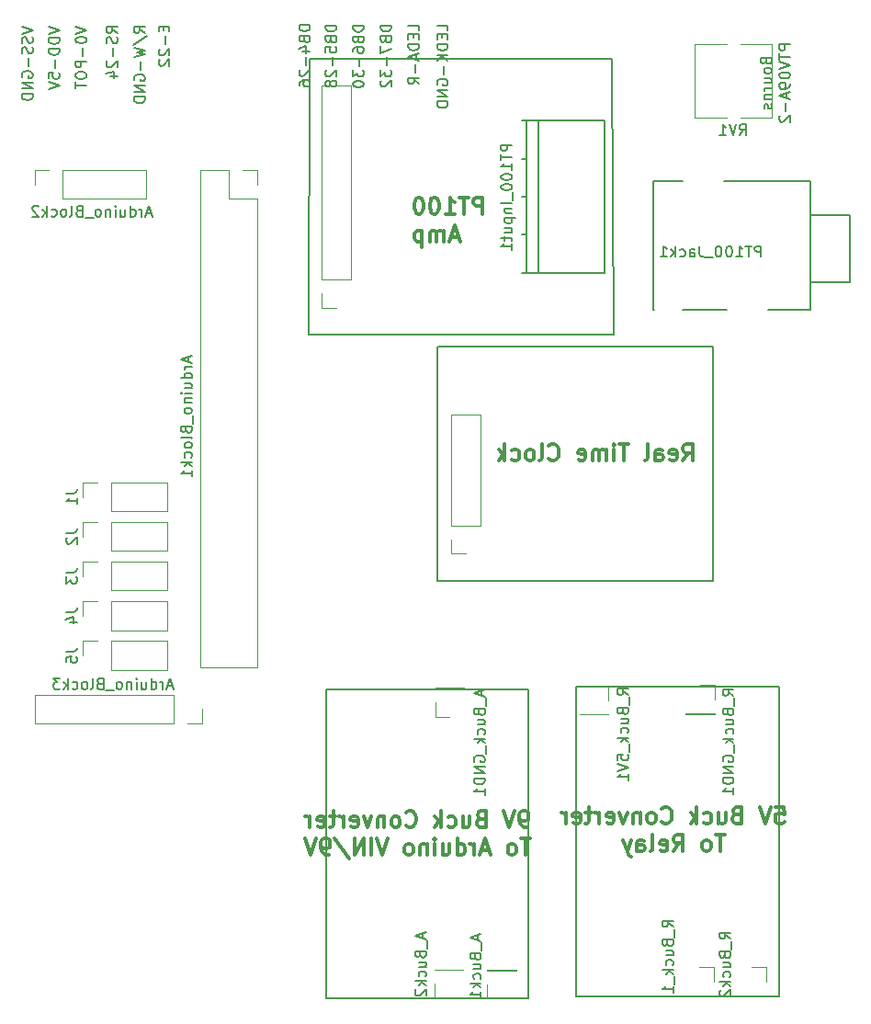
<source format=gbr>
G04 #@! TF.GenerationSoftware,KiCad,Pcbnew,5.0.2-bee76a0~70~ubuntu18.04.1*
G04 #@! TF.CreationDate,2019-05-13T15:11:37-07:00*
G04 #@! TF.ProjectId,Half_Shield,48616c66-5f53-4686-9965-6c642e6b6963,rev?*
G04 #@! TF.SameCoordinates,Original*
G04 #@! TF.FileFunction,Legend,Bot*
G04 #@! TF.FilePolarity,Positive*
%FSLAX46Y46*%
G04 Gerber Fmt 4.6, Leading zero omitted, Abs format (unit mm)*
G04 Created by KiCad (PCBNEW 5.0.2-bee76a0~70~ubuntu18.04.1) date Mon 13 May 2019 03:11:37 PM PDT*
%MOMM*%
%LPD*%
G01*
G04 APERTURE LIST*
%ADD10C,0.300000*%
%ADD11C,0.200000*%
%ADD12C,0.120000*%
%ADD13C,0.150000*%
G04 APERTURE END LIST*
D10*
X169833714Y-77386571D02*
X170333714Y-76672285D01*
X170690857Y-77386571D02*
X170690857Y-75886571D01*
X170119428Y-75886571D01*
X169976571Y-75958000D01*
X169905142Y-76029428D01*
X169833714Y-76172285D01*
X169833714Y-76386571D01*
X169905142Y-76529428D01*
X169976571Y-76600857D01*
X170119428Y-76672285D01*
X170690857Y-76672285D01*
X168619428Y-77315142D02*
X168762285Y-77386571D01*
X169048000Y-77386571D01*
X169190857Y-77315142D01*
X169262285Y-77172285D01*
X169262285Y-76600857D01*
X169190857Y-76458000D01*
X169048000Y-76386571D01*
X168762285Y-76386571D01*
X168619428Y-76458000D01*
X168548000Y-76600857D01*
X168548000Y-76743714D01*
X169262285Y-76886571D01*
X167262285Y-77386571D02*
X167262285Y-76600857D01*
X167333714Y-76458000D01*
X167476571Y-76386571D01*
X167762285Y-76386571D01*
X167905142Y-76458000D01*
X167262285Y-77315142D02*
X167405142Y-77386571D01*
X167762285Y-77386571D01*
X167905142Y-77315142D01*
X167976571Y-77172285D01*
X167976571Y-77029428D01*
X167905142Y-76886571D01*
X167762285Y-76815142D01*
X167405142Y-76815142D01*
X167262285Y-76743714D01*
X166333714Y-77386571D02*
X166476571Y-77315142D01*
X166548000Y-77172285D01*
X166548000Y-75886571D01*
X164833714Y-75886571D02*
X163976571Y-75886571D01*
X164405142Y-77386571D02*
X164405142Y-75886571D01*
X163476571Y-77386571D02*
X163476571Y-76386571D01*
X163476571Y-75886571D02*
X163548000Y-75958000D01*
X163476571Y-76029428D01*
X163405142Y-75958000D01*
X163476571Y-75886571D01*
X163476571Y-76029428D01*
X162762285Y-77386571D02*
X162762285Y-76386571D01*
X162762285Y-76529428D02*
X162690857Y-76458000D01*
X162548000Y-76386571D01*
X162333714Y-76386571D01*
X162190857Y-76458000D01*
X162119428Y-76600857D01*
X162119428Y-77386571D01*
X162119428Y-76600857D02*
X162048000Y-76458000D01*
X161905142Y-76386571D01*
X161690857Y-76386571D01*
X161548000Y-76458000D01*
X161476571Y-76600857D01*
X161476571Y-77386571D01*
X160190857Y-77315142D02*
X160333714Y-77386571D01*
X160619428Y-77386571D01*
X160762285Y-77315142D01*
X160833714Y-77172285D01*
X160833714Y-76600857D01*
X160762285Y-76458000D01*
X160619428Y-76386571D01*
X160333714Y-76386571D01*
X160190857Y-76458000D01*
X160119428Y-76600857D01*
X160119428Y-76743714D01*
X160833714Y-76886571D01*
X157476571Y-77243714D02*
X157548000Y-77315142D01*
X157762285Y-77386571D01*
X157905142Y-77386571D01*
X158119428Y-77315142D01*
X158262285Y-77172285D01*
X158333714Y-77029428D01*
X158405142Y-76743714D01*
X158405142Y-76529428D01*
X158333714Y-76243714D01*
X158262285Y-76100857D01*
X158119428Y-75958000D01*
X157905142Y-75886571D01*
X157762285Y-75886571D01*
X157548000Y-75958000D01*
X157476571Y-76029428D01*
X156619428Y-77386571D02*
X156762285Y-77315142D01*
X156833714Y-77172285D01*
X156833714Y-75886571D01*
X155833714Y-77386571D02*
X155976571Y-77315142D01*
X156048000Y-77243714D01*
X156119428Y-77100857D01*
X156119428Y-76672285D01*
X156048000Y-76529428D01*
X155976571Y-76458000D01*
X155833714Y-76386571D01*
X155619428Y-76386571D01*
X155476571Y-76458000D01*
X155405142Y-76529428D01*
X155333714Y-76672285D01*
X155333714Y-77100857D01*
X155405142Y-77243714D01*
X155476571Y-77315142D01*
X155619428Y-77386571D01*
X155833714Y-77386571D01*
X154048000Y-77315142D02*
X154190857Y-77386571D01*
X154476571Y-77386571D01*
X154619428Y-77315142D01*
X154690857Y-77243714D01*
X154762285Y-77100857D01*
X154762285Y-76672285D01*
X154690857Y-76529428D01*
X154619428Y-76458000D01*
X154476571Y-76386571D01*
X154190857Y-76386571D01*
X154048000Y-76458000D01*
X153405142Y-77386571D02*
X153405142Y-75886571D01*
X153262285Y-76815142D02*
X152833714Y-77386571D01*
X152833714Y-76386571D02*
X153405142Y-76958000D01*
D11*
X147218400Y-88493600D02*
X147218400Y-66903600D01*
X172618400Y-88493600D02*
X147218400Y-88493600D01*
X172618400Y-66903600D02*
X172618400Y-88493600D01*
X147269200Y-66903600D02*
X172618400Y-66903600D01*
X177462771Y-40595800D02*
X177510390Y-40738657D01*
X177558009Y-40786276D01*
X177653247Y-40833895D01*
X177796104Y-40833895D01*
X177891342Y-40786276D01*
X177938961Y-40738657D01*
X177986580Y-40643419D01*
X177986580Y-40262466D01*
X176986580Y-40262466D01*
X176986580Y-40595800D01*
X177034200Y-40691038D01*
X177081819Y-40738657D01*
X177177057Y-40786276D01*
X177272295Y-40786276D01*
X177367533Y-40738657D01*
X177415152Y-40691038D01*
X177462771Y-40595800D01*
X177462771Y-40262466D01*
X177986580Y-41405323D02*
X177938961Y-41310085D01*
X177891342Y-41262466D01*
X177796104Y-41214847D01*
X177510390Y-41214847D01*
X177415152Y-41262466D01*
X177367533Y-41310085D01*
X177319914Y-41405323D01*
X177319914Y-41548180D01*
X177367533Y-41643419D01*
X177415152Y-41691038D01*
X177510390Y-41738657D01*
X177796104Y-41738657D01*
X177891342Y-41691038D01*
X177938961Y-41643419D01*
X177986580Y-41548180D01*
X177986580Y-41405323D01*
X177319914Y-42595800D02*
X177986580Y-42595800D01*
X177319914Y-42167228D02*
X177843723Y-42167228D01*
X177938961Y-42214847D01*
X177986580Y-42310085D01*
X177986580Y-42452942D01*
X177938961Y-42548180D01*
X177891342Y-42595800D01*
X177986580Y-43071990D02*
X177319914Y-43071990D01*
X177510390Y-43071990D02*
X177415152Y-43119609D01*
X177367533Y-43167228D01*
X177319914Y-43262466D01*
X177319914Y-43357704D01*
X177319914Y-43691038D02*
X177986580Y-43691038D01*
X177415152Y-43691038D02*
X177367533Y-43738657D01*
X177319914Y-43833895D01*
X177319914Y-43976752D01*
X177367533Y-44071990D01*
X177462771Y-44119609D01*
X177986580Y-44119609D01*
X177938961Y-44548180D02*
X177986580Y-44643419D01*
X177986580Y-44833895D01*
X177938961Y-44929133D01*
X177843723Y-44976752D01*
X177796104Y-44976752D01*
X177700866Y-44929133D01*
X177653247Y-44833895D01*
X177653247Y-44691038D01*
X177605628Y-44595800D01*
X177510390Y-44548180D01*
X177462771Y-44548180D01*
X177367533Y-44595800D01*
X177319914Y-44691038D01*
X177319914Y-44833895D01*
X177367533Y-44929133D01*
X179686580Y-39048180D02*
X178686580Y-39048180D01*
X178686580Y-39429133D01*
X178734200Y-39524371D01*
X178781819Y-39571990D01*
X178877057Y-39619609D01*
X179019914Y-39619609D01*
X179115152Y-39571990D01*
X179162771Y-39524371D01*
X179210390Y-39429133D01*
X179210390Y-39048180D01*
X178686580Y-39905323D02*
X178686580Y-40476752D01*
X179686580Y-40191038D02*
X178686580Y-40191038D01*
X178686580Y-40667228D02*
X179686580Y-41000561D01*
X178686580Y-41333895D01*
X178686580Y-41857704D02*
X178686580Y-41952942D01*
X178734200Y-42048180D01*
X178781819Y-42095800D01*
X178877057Y-42143419D01*
X179067533Y-42191038D01*
X179305628Y-42191038D01*
X179496104Y-42143419D01*
X179591342Y-42095800D01*
X179638961Y-42048180D01*
X179686580Y-41952942D01*
X179686580Y-41857704D01*
X179638961Y-41762466D01*
X179591342Y-41714847D01*
X179496104Y-41667228D01*
X179305628Y-41619609D01*
X179067533Y-41619609D01*
X178877057Y-41667228D01*
X178781819Y-41714847D01*
X178734200Y-41762466D01*
X178686580Y-41857704D01*
X179686580Y-42667228D02*
X179686580Y-42857704D01*
X179638961Y-42952942D01*
X179591342Y-43000561D01*
X179448485Y-43095800D01*
X179258009Y-43143419D01*
X178877057Y-43143419D01*
X178781819Y-43095800D01*
X178734200Y-43048180D01*
X178686580Y-42952942D01*
X178686580Y-42762466D01*
X178734200Y-42667228D01*
X178781819Y-42619609D01*
X178877057Y-42571990D01*
X179115152Y-42571990D01*
X179210390Y-42619609D01*
X179258009Y-42667228D01*
X179305628Y-42762466D01*
X179305628Y-42952942D01*
X179258009Y-43048180D01*
X179210390Y-43095800D01*
X179115152Y-43143419D01*
X179400866Y-43524371D02*
X179400866Y-44000561D01*
X179686580Y-43429133D02*
X178686580Y-43762466D01*
X179686580Y-44095800D01*
X179305628Y-44429133D02*
X179305628Y-45191038D01*
X178781819Y-45619609D02*
X178734200Y-45667228D01*
X178686580Y-45762466D01*
X178686580Y-46000561D01*
X178734200Y-46095800D01*
X178781819Y-46143419D01*
X178877057Y-46191038D01*
X178972295Y-46191038D01*
X179115152Y-46143419D01*
X179686580Y-45571990D01*
X179686580Y-46191038D01*
X148153380Y-37786085D02*
X148153380Y-37309895D01*
X147153380Y-37309895D01*
X147629571Y-38119419D02*
X147629571Y-38452752D01*
X148153380Y-38595609D02*
X148153380Y-38119419D01*
X147153380Y-38119419D01*
X147153380Y-38595609D01*
X148153380Y-39024180D02*
X147153380Y-39024180D01*
X147153380Y-39262276D01*
X147201000Y-39405133D01*
X147296238Y-39500371D01*
X147391476Y-39547990D01*
X147581952Y-39595609D01*
X147724809Y-39595609D01*
X147915285Y-39547990D01*
X148010523Y-39500371D01*
X148105761Y-39405133D01*
X148153380Y-39262276D01*
X148153380Y-39024180D01*
X148153380Y-40024180D02*
X147153380Y-40024180D01*
X148153380Y-40595609D02*
X147581952Y-40167038D01*
X147153380Y-40595609D02*
X147724809Y-40024180D01*
X147772428Y-41024180D02*
X147772428Y-41786085D01*
X147201000Y-42786085D02*
X147153380Y-42690847D01*
X147153380Y-42547990D01*
X147201000Y-42405133D01*
X147296238Y-42309895D01*
X147391476Y-42262276D01*
X147581952Y-42214657D01*
X147724809Y-42214657D01*
X147915285Y-42262276D01*
X148010523Y-42309895D01*
X148105761Y-42405133D01*
X148153380Y-42547990D01*
X148153380Y-42643228D01*
X148105761Y-42786085D01*
X148058142Y-42833704D01*
X147724809Y-42833704D01*
X147724809Y-42643228D01*
X148153380Y-43262276D02*
X147153380Y-43262276D01*
X148153380Y-43833704D01*
X147153380Y-43833704D01*
X148153380Y-44309895D02*
X147153380Y-44309895D01*
X147153380Y-44547990D01*
X147201000Y-44690847D01*
X147296238Y-44786085D01*
X147391476Y-44833704D01*
X147581952Y-44881323D01*
X147724809Y-44881323D01*
X147915285Y-44833704D01*
X148010523Y-44786085D01*
X148105761Y-44690847D01*
X148153380Y-44547990D01*
X148153380Y-44309895D01*
X145511780Y-37789123D02*
X145511780Y-37312933D01*
X144511780Y-37312933D01*
X144987971Y-38122457D02*
X144987971Y-38455790D01*
X145511780Y-38598647D02*
X145511780Y-38122457D01*
X144511780Y-38122457D01*
X144511780Y-38598647D01*
X145511780Y-39027219D02*
X144511780Y-39027219D01*
X144511780Y-39265314D01*
X144559400Y-39408171D01*
X144654638Y-39503409D01*
X144749876Y-39551028D01*
X144940352Y-39598647D01*
X145083209Y-39598647D01*
X145273685Y-39551028D01*
X145368923Y-39503409D01*
X145464161Y-39408171D01*
X145511780Y-39265314D01*
X145511780Y-39027219D01*
X145226066Y-39979600D02*
X145226066Y-40455790D01*
X145511780Y-39884361D02*
X144511780Y-40217695D01*
X145511780Y-40551028D01*
X145130828Y-40884361D02*
X145130828Y-41646266D01*
X145511780Y-42693885D02*
X145035590Y-42360552D01*
X145511780Y-42122457D02*
X144511780Y-42122457D01*
X144511780Y-42503409D01*
X144559400Y-42598647D01*
X144607019Y-42646266D01*
X144702257Y-42693885D01*
X144845114Y-42693885D01*
X144940352Y-42646266D01*
X144987971Y-42598647D01*
X145035590Y-42503409D01*
X145035590Y-42122457D01*
X142946380Y-37297076D02*
X141946380Y-37297076D01*
X141946380Y-37535171D01*
X141994000Y-37678028D01*
X142089238Y-37773266D01*
X142184476Y-37820885D01*
X142374952Y-37868504D01*
X142517809Y-37868504D01*
X142708285Y-37820885D01*
X142803523Y-37773266D01*
X142898761Y-37678028D01*
X142946380Y-37535171D01*
X142946380Y-37297076D01*
X142422571Y-38630409D02*
X142470190Y-38773266D01*
X142517809Y-38820885D01*
X142613047Y-38868504D01*
X142755904Y-38868504D01*
X142851142Y-38820885D01*
X142898761Y-38773266D01*
X142946380Y-38678028D01*
X142946380Y-38297076D01*
X141946380Y-38297076D01*
X141946380Y-38630409D01*
X141994000Y-38725647D01*
X142041619Y-38773266D01*
X142136857Y-38820885D01*
X142232095Y-38820885D01*
X142327333Y-38773266D01*
X142374952Y-38725647D01*
X142422571Y-38630409D01*
X142422571Y-38297076D01*
X141946380Y-39201838D02*
X141946380Y-39868504D01*
X142946380Y-39439933D01*
X142565428Y-40249457D02*
X142565428Y-41011361D01*
X141946380Y-41392314D02*
X141946380Y-42011361D01*
X142327333Y-41678028D01*
X142327333Y-41820885D01*
X142374952Y-41916123D01*
X142422571Y-41963742D01*
X142517809Y-42011361D01*
X142755904Y-42011361D01*
X142851142Y-41963742D01*
X142898761Y-41916123D01*
X142946380Y-41820885D01*
X142946380Y-41535171D01*
X142898761Y-41439933D01*
X142851142Y-41392314D01*
X142041619Y-42392314D02*
X141994000Y-42439933D01*
X141946380Y-42535171D01*
X141946380Y-42773266D01*
X141994000Y-42868504D01*
X142041619Y-42916123D01*
X142136857Y-42963742D01*
X142232095Y-42963742D01*
X142374952Y-42916123D01*
X142946380Y-42344695D01*
X142946380Y-42963742D01*
X140406380Y-37322476D02*
X139406380Y-37322476D01*
X139406380Y-37560571D01*
X139454000Y-37703428D01*
X139549238Y-37798666D01*
X139644476Y-37846285D01*
X139834952Y-37893904D01*
X139977809Y-37893904D01*
X140168285Y-37846285D01*
X140263523Y-37798666D01*
X140358761Y-37703428D01*
X140406380Y-37560571D01*
X140406380Y-37322476D01*
X139882571Y-38655809D02*
X139930190Y-38798666D01*
X139977809Y-38846285D01*
X140073047Y-38893904D01*
X140215904Y-38893904D01*
X140311142Y-38846285D01*
X140358761Y-38798666D01*
X140406380Y-38703428D01*
X140406380Y-38322476D01*
X139406380Y-38322476D01*
X139406380Y-38655809D01*
X139454000Y-38751047D01*
X139501619Y-38798666D01*
X139596857Y-38846285D01*
X139692095Y-38846285D01*
X139787333Y-38798666D01*
X139834952Y-38751047D01*
X139882571Y-38655809D01*
X139882571Y-38322476D01*
X139406380Y-39751047D02*
X139406380Y-39560571D01*
X139454000Y-39465333D01*
X139501619Y-39417714D01*
X139644476Y-39322476D01*
X139834952Y-39274857D01*
X140215904Y-39274857D01*
X140311142Y-39322476D01*
X140358761Y-39370095D01*
X140406380Y-39465333D01*
X140406380Y-39655809D01*
X140358761Y-39751047D01*
X140311142Y-39798666D01*
X140215904Y-39846285D01*
X139977809Y-39846285D01*
X139882571Y-39798666D01*
X139834952Y-39751047D01*
X139787333Y-39655809D01*
X139787333Y-39465333D01*
X139834952Y-39370095D01*
X139882571Y-39322476D01*
X139977809Y-39274857D01*
X140025428Y-40274857D02*
X140025428Y-41036761D01*
X139406380Y-41417714D02*
X139406380Y-42036761D01*
X139787333Y-41703428D01*
X139787333Y-41846285D01*
X139834952Y-41941523D01*
X139882571Y-41989142D01*
X139977809Y-42036761D01*
X140215904Y-42036761D01*
X140311142Y-41989142D01*
X140358761Y-41941523D01*
X140406380Y-41846285D01*
X140406380Y-41560571D01*
X140358761Y-41465333D01*
X140311142Y-41417714D01*
X139406380Y-42655809D02*
X139406380Y-42751047D01*
X139454000Y-42846285D01*
X139501619Y-42893904D01*
X139596857Y-42941523D01*
X139787333Y-42989142D01*
X140025428Y-42989142D01*
X140215904Y-42941523D01*
X140311142Y-42893904D01*
X140358761Y-42846285D01*
X140406380Y-42751047D01*
X140406380Y-42655809D01*
X140358761Y-42560571D01*
X140311142Y-42512952D01*
X140215904Y-42465333D01*
X140025428Y-42417714D01*
X139787333Y-42417714D01*
X139596857Y-42465333D01*
X139501619Y-42512952D01*
X139454000Y-42560571D01*
X139406380Y-42655809D01*
X137891780Y-37297076D02*
X136891780Y-37297076D01*
X136891780Y-37535171D01*
X136939400Y-37678028D01*
X137034638Y-37773266D01*
X137129876Y-37820885D01*
X137320352Y-37868504D01*
X137463209Y-37868504D01*
X137653685Y-37820885D01*
X137748923Y-37773266D01*
X137844161Y-37678028D01*
X137891780Y-37535171D01*
X137891780Y-37297076D01*
X137367971Y-38630409D02*
X137415590Y-38773266D01*
X137463209Y-38820885D01*
X137558447Y-38868504D01*
X137701304Y-38868504D01*
X137796542Y-38820885D01*
X137844161Y-38773266D01*
X137891780Y-38678028D01*
X137891780Y-38297076D01*
X136891780Y-38297076D01*
X136891780Y-38630409D01*
X136939400Y-38725647D01*
X136987019Y-38773266D01*
X137082257Y-38820885D01*
X137177495Y-38820885D01*
X137272733Y-38773266D01*
X137320352Y-38725647D01*
X137367971Y-38630409D01*
X137367971Y-38297076D01*
X136891780Y-39773266D02*
X136891780Y-39297076D01*
X137367971Y-39249457D01*
X137320352Y-39297076D01*
X137272733Y-39392314D01*
X137272733Y-39630409D01*
X137320352Y-39725647D01*
X137367971Y-39773266D01*
X137463209Y-39820885D01*
X137701304Y-39820885D01*
X137796542Y-39773266D01*
X137844161Y-39725647D01*
X137891780Y-39630409D01*
X137891780Y-39392314D01*
X137844161Y-39297076D01*
X137796542Y-39249457D01*
X137510828Y-40249457D02*
X137510828Y-41011361D01*
X136987019Y-41439933D02*
X136939400Y-41487552D01*
X136891780Y-41582790D01*
X136891780Y-41820885D01*
X136939400Y-41916123D01*
X136987019Y-41963742D01*
X137082257Y-42011361D01*
X137177495Y-42011361D01*
X137320352Y-41963742D01*
X137891780Y-41392314D01*
X137891780Y-42011361D01*
X137320352Y-42582790D02*
X137272733Y-42487552D01*
X137225114Y-42439933D01*
X137129876Y-42392314D01*
X137082257Y-42392314D01*
X136987019Y-42439933D01*
X136939400Y-42487552D01*
X136891780Y-42582790D01*
X136891780Y-42773266D01*
X136939400Y-42868504D01*
X136987019Y-42916123D01*
X137082257Y-42963742D01*
X137129876Y-42963742D01*
X137225114Y-42916123D01*
X137272733Y-42868504D01*
X137320352Y-42773266D01*
X137320352Y-42582790D01*
X137367971Y-42487552D01*
X137415590Y-42439933D01*
X137510828Y-42392314D01*
X137701304Y-42392314D01*
X137796542Y-42439933D01*
X137844161Y-42487552D01*
X137891780Y-42582790D01*
X137891780Y-42773266D01*
X137844161Y-42868504D01*
X137796542Y-42916123D01*
X137701304Y-42963742D01*
X137510828Y-42963742D01*
X137415590Y-42916123D01*
X137367971Y-42868504D01*
X137320352Y-42773266D01*
X135453380Y-37271676D02*
X134453380Y-37271676D01*
X134453380Y-37509771D01*
X134501000Y-37652628D01*
X134596238Y-37747866D01*
X134691476Y-37795485D01*
X134881952Y-37843104D01*
X135024809Y-37843104D01*
X135215285Y-37795485D01*
X135310523Y-37747866D01*
X135405761Y-37652628D01*
X135453380Y-37509771D01*
X135453380Y-37271676D01*
X134929571Y-38605009D02*
X134977190Y-38747866D01*
X135024809Y-38795485D01*
X135120047Y-38843104D01*
X135262904Y-38843104D01*
X135358142Y-38795485D01*
X135405761Y-38747866D01*
X135453380Y-38652628D01*
X135453380Y-38271676D01*
X134453380Y-38271676D01*
X134453380Y-38605009D01*
X134501000Y-38700247D01*
X134548619Y-38747866D01*
X134643857Y-38795485D01*
X134739095Y-38795485D01*
X134834333Y-38747866D01*
X134881952Y-38700247D01*
X134929571Y-38605009D01*
X134929571Y-38271676D01*
X134786714Y-39700247D02*
X135453380Y-39700247D01*
X134405761Y-39462152D02*
X135120047Y-39224057D01*
X135120047Y-39843104D01*
X135072428Y-40224057D02*
X135072428Y-40985961D01*
X134548619Y-41414533D02*
X134501000Y-41462152D01*
X134453380Y-41557390D01*
X134453380Y-41795485D01*
X134501000Y-41890723D01*
X134548619Y-41938342D01*
X134643857Y-41985961D01*
X134739095Y-41985961D01*
X134881952Y-41938342D01*
X135453380Y-41366914D01*
X135453380Y-41985961D01*
X134453380Y-42843104D02*
X134453380Y-42652628D01*
X134501000Y-42557390D01*
X134548619Y-42509771D01*
X134691476Y-42414533D01*
X134881952Y-42366914D01*
X135262904Y-42366914D01*
X135358142Y-42414533D01*
X135405761Y-42462152D01*
X135453380Y-42557390D01*
X135453380Y-42747866D01*
X135405761Y-42843104D01*
X135358142Y-42890723D01*
X135262904Y-42938342D01*
X135024809Y-42938342D01*
X134929571Y-42890723D01*
X134881952Y-42843104D01*
X134834333Y-42747866D01*
X134834333Y-42557390D01*
X134881952Y-42462152D01*
X134929571Y-42414533D01*
X135024809Y-42366914D01*
X121975571Y-37406485D02*
X121975571Y-37739819D01*
X122499380Y-37882676D02*
X122499380Y-37406485D01*
X121499380Y-37406485D01*
X121499380Y-37882676D01*
X122118428Y-38311247D02*
X122118428Y-39073152D01*
X121594619Y-39501723D02*
X121547000Y-39549342D01*
X121499380Y-39644580D01*
X121499380Y-39882676D01*
X121547000Y-39977914D01*
X121594619Y-40025533D01*
X121689857Y-40073152D01*
X121785095Y-40073152D01*
X121927952Y-40025533D01*
X122499380Y-39454104D01*
X122499380Y-40073152D01*
X121594619Y-40454104D02*
X121547000Y-40501723D01*
X121499380Y-40596961D01*
X121499380Y-40835057D01*
X121547000Y-40930295D01*
X121594619Y-40977914D01*
X121689857Y-41025533D01*
X121785095Y-41025533D01*
X121927952Y-40977914D01*
X122499380Y-40406485D01*
X122499380Y-41025533D01*
X120238780Y-37990828D02*
X119762590Y-37657495D01*
X120238780Y-37419400D02*
X119238780Y-37419400D01*
X119238780Y-37800352D01*
X119286400Y-37895590D01*
X119334019Y-37943209D01*
X119429257Y-37990828D01*
X119572114Y-37990828D01*
X119667352Y-37943209D01*
X119714971Y-37895590D01*
X119762590Y-37800352D01*
X119762590Y-37419400D01*
X119191161Y-39133685D02*
X120476876Y-38276542D01*
X119238780Y-39371780D02*
X120238780Y-39609876D01*
X119524495Y-39800352D01*
X120238780Y-39990828D01*
X119238780Y-40228923D01*
X119857828Y-40609876D02*
X119857828Y-41371780D01*
X119286400Y-42371780D02*
X119238780Y-42276542D01*
X119238780Y-42133685D01*
X119286400Y-41990828D01*
X119381638Y-41895590D01*
X119476876Y-41847971D01*
X119667352Y-41800352D01*
X119810209Y-41800352D01*
X120000685Y-41847971D01*
X120095923Y-41895590D01*
X120191161Y-41990828D01*
X120238780Y-42133685D01*
X120238780Y-42228923D01*
X120191161Y-42371780D01*
X120143542Y-42419400D01*
X119810209Y-42419400D01*
X119810209Y-42228923D01*
X120238780Y-42847971D02*
X119238780Y-42847971D01*
X120238780Y-43419400D01*
X119238780Y-43419400D01*
X120238780Y-43895590D02*
X119238780Y-43895590D01*
X119238780Y-44133685D01*
X119286400Y-44276542D01*
X119381638Y-44371780D01*
X119476876Y-44419400D01*
X119667352Y-44467019D01*
X119810209Y-44467019D01*
X120000685Y-44419400D01*
X120095923Y-44371780D01*
X120191161Y-44276542D01*
X120238780Y-44133685D01*
X120238780Y-43895590D01*
X117698780Y-38012904D02*
X117222590Y-37679571D01*
X117698780Y-37441476D02*
X116698780Y-37441476D01*
X116698780Y-37822428D01*
X116746400Y-37917666D01*
X116794019Y-37965285D01*
X116889257Y-38012904D01*
X117032114Y-38012904D01*
X117127352Y-37965285D01*
X117174971Y-37917666D01*
X117222590Y-37822428D01*
X117222590Y-37441476D01*
X117651161Y-38393857D02*
X117698780Y-38536714D01*
X117698780Y-38774809D01*
X117651161Y-38870047D01*
X117603542Y-38917666D01*
X117508304Y-38965285D01*
X117413066Y-38965285D01*
X117317828Y-38917666D01*
X117270209Y-38870047D01*
X117222590Y-38774809D01*
X117174971Y-38584333D01*
X117127352Y-38489095D01*
X117079733Y-38441476D01*
X116984495Y-38393857D01*
X116889257Y-38393857D01*
X116794019Y-38441476D01*
X116746400Y-38489095D01*
X116698780Y-38584333D01*
X116698780Y-38822428D01*
X116746400Y-38965285D01*
X117317828Y-39393857D02*
X117317828Y-40155761D01*
X116794019Y-40584333D02*
X116746400Y-40631952D01*
X116698780Y-40727190D01*
X116698780Y-40965285D01*
X116746400Y-41060523D01*
X116794019Y-41108142D01*
X116889257Y-41155761D01*
X116984495Y-41155761D01*
X117127352Y-41108142D01*
X117698780Y-40536714D01*
X117698780Y-41155761D01*
X117032114Y-42012904D02*
X117698780Y-42012904D01*
X116651161Y-41774809D02*
X117365447Y-41536714D01*
X117365447Y-42155761D01*
X113853980Y-37425666D02*
X114853980Y-37759000D01*
X113853980Y-38092333D01*
X113853980Y-38616142D02*
X113853980Y-38711380D01*
X113901600Y-38806619D01*
X113949219Y-38854238D01*
X114044457Y-38901857D01*
X114234933Y-38949476D01*
X114473028Y-38949476D01*
X114663504Y-38901857D01*
X114758742Y-38854238D01*
X114806361Y-38806619D01*
X114853980Y-38711380D01*
X114853980Y-38616142D01*
X114806361Y-38520904D01*
X114758742Y-38473285D01*
X114663504Y-38425666D01*
X114473028Y-38378047D01*
X114234933Y-38378047D01*
X114044457Y-38425666D01*
X113949219Y-38473285D01*
X113901600Y-38520904D01*
X113853980Y-38616142D01*
X114473028Y-39378047D02*
X114473028Y-40139952D01*
X114853980Y-40616142D02*
X113853980Y-40616142D01*
X113853980Y-40997095D01*
X113901600Y-41092333D01*
X113949219Y-41139952D01*
X114044457Y-41187571D01*
X114187314Y-41187571D01*
X114282552Y-41139952D01*
X114330171Y-41092333D01*
X114377790Y-40997095D01*
X114377790Y-40616142D01*
X113853980Y-41806619D02*
X113853980Y-41997095D01*
X113901600Y-42092333D01*
X113996838Y-42187571D01*
X114187314Y-42235190D01*
X114520647Y-42235190D01*
X114711123Y-42187571D01*
X114806361Y-42092333D01*
X114853980Y-41997095D01*
X114853980Y-41806619D01*
X114806361Y-41711380D01*
X114711123Y-41616142D01*
X114520647Y-41568523D01*
X114187314Y-41568523D01*
X113996838Y-41616142D01*
X113901600Y-41711380D01*
X113853980Y-41806619D01*
X113853980Y-42520904D02*
X113853980Y-43092333D01*
X114853980Y-42806619D02*
X113853980Y-42806619D01*
X111364780Y-37452657D02*
X112364780Y-37785990D01*
X111364780Y-38119323D01*
X112364780Y-38452657D02*
X111364780Y-38452657D01*
X111364780Y-38690752D01*
X111412400Y-38833609D01*
X111507638Y-38928847D01*
X111602876Y-38976466D01*
X111793352Y-39024085D01*
X111936209Y-39024085D01*
X112126685Y-38976466D01*
X112221923Y-38928847D01*
X112317161Y-38833609D01*
X112364780Y-38690752D01*
X112364780Y-38452657D01*
X112364780Y-39452657D02*
X111364780Y-39452657D01*
X111364780Y-39690752D01*
X111412400Y-39833609D01*
X111507638Y-39928847D01*
X111602876Y-39976466D01*
X111793352Y-40024085D01*
X111936209Y-40024085D01*
X112126685Y-39976466D01*
X112221923Y-39928847D01*
X112317161Y-39833609D01*
X112364780Y-39690752D01*
X112364780Y-39452657D01*
X111983828Y-40452657D02*
X111983828Y-41214561D01*
X111364780Y-42166942D02*
X111364780Y-41690752D01*
X111840971Y-41643133D01*
X111793352Y-41690752D01*
X111745733Y-41785990D01*
X111745733Y-42024085D01*
X111793352Y-42119323D01*
X111840971Y-42166942D01*
X111936209Y-42214561D01*
X112174304Y-42214561D01*
X112269542Y-42166942D01*
X112317161Y-42119323D01*
X112364780Y-42024085D01*
X112364780Y-41785990D01*
X112317161Y-41690752D01*
X112269542Y-41643133D01*
X111364780Y-42500276D02*
X112364780Y-42833609D01*
X111364780Y-43166942D01*
X108900980Y-37414628D02*
X109900980Y-37747961D01*
X108900980Y-38081295D01*
X109853361Y-38367009D02*
X109900980Y-38509866D01*
X109900980Y-38747961D01*
X109853361Y-38843200D01*
X109805742Y-38890819D01*
X109710504Y-38938438D01*
X109615266Y-38938438D01*
X109520028Y-38890819D01*
X109472409Y-38843200D01*
X109424790Y-38747961D01*
X109377171Y-38557485D01*
X109329552Y-38462247D01*
X109281933Y-38414628D01*
X109186695Y-38367009D01*
X109091457Y-38367009D01*
X108996219Y-38414628D01*
X108948600Y-38462247D01*
X108900980Y-38557485D01*
X108900980Y-38795580D01*
X108948600Y-38938438D01*
X109853361Y-39319390D02*
X109900980Y-39462247D01*
X109900980Y-39700342D01*
X109853361Y-39795580D01*
X109805742Y-39843200D01*
X109710504Y-39890819D01*
X109615266Y-39890819D01*
X109520028Y-39843200D01*
X109472409Y-39795580D01*
X109424790Y-39700342D01*
X109377171Y-39509866D01*
X109329552Y-39414628D01*
X109281933Y-39367009D01*
X109186695Y-39319390D01*
X109091457Y-39319390D01*
X108996219Y-39367009D01*
X108948600Y-39414628D01*
X108900980Y-39509866D01*
X108900980Y-39747961D01*
X108948600Y-39890819D01*
X109520028Y-40319390D02*
X109520028Y-41081295D01*
X108948600Y-42081295D02*
X108900980Y-41986057D01*
X108900980Y-41843200D01*
X108948600Y-41700342D01*
X109043838Y-41605104D01*
X109139076Y-41557485D01*
X109329552Y-41509866D01*
X109472409Y-41509866D01*
X109662885Y-41557485D01*
X109758123Y-41605104D01*
X109853361Y-41700342D01*
X109900980Y-41843200D01*
X109900980Y-41938438D01*
X109853361Y-42081295D01*
X109805742Y-42128914D01*
X109472409Y-42128914D01*
X109472409Y-41938438D01*
X109900980Y-42557485D02*
X108900980Y-42557485D01*
X109900980Y-43128914D01*
X108900980Y-43128914D01*
X109900980Y-43605104D02*
X108900980Y-43605104D01*
X108900980Y-43843200D01*
X108948600Y-43986057D01*
X109043838Y-44081295D01*
X109139076Y-44128914D01*
X109329552Y-44176533D01*
X109472409Y-44176533D01*
X109662885Y-44128914D01*
X109758123Y-44081295D01*
X109853361Y-43986057D01*
X109900980Y-43843200D01*
X109900980Y-43605104D01*
D10*
X155461028Y-111163571D02*
X155175314Y-111163571D01*
X155032457Y-111092142D01*
X154961028Y-111020714D01*
X154818171Y-110806428D01*
X154746742Y-110520714D01*
X154746742Y-109949285D01*
X154818171Y-109806428D01*
X154889600Y-109735000D01*
X155032457Y-109663571D01*
X155318171Y-109663571D01*
X155461028Y-109735000D01*
X155532457Y-109806428D01*
X155603885Y-109949285D01*
X155603885Y-110306428D01*
X155532457Y-110449285D01*
X155461028Y-110520714D01*
X155318171Y-110592142D01*
X155032457Y-110592142D01*
X154889600Y-110520714D01*
X154818171Y-110449285D01*
X154746742Y-110306428D01*
X154318171Y-109663571D02*
X153818171Y-111163571D01*
X153318171Y-109663571D01*
X151175314Y-110377857D02*
X150961028Y-110449285D01*
X150889600Y-110520714D01*
X150818171Y-110663571D01*
X150818171Y-110877857D01*
X150889600Y-111020714D01*
X150961028Y-111092142D01*
X151103885Y-111163571D01*
X151675314Y-111163571D01*
X151675314Y-109663571D01*
X151175314Y-109663571D01*
X151032457Y-109735000D01*
X150961028Y-109806428D01*
X150889600Y-109949285D01*
X150889600Y-110092142D01*
X150961028Y-110235000D01*
X151032457Y-110306428D01*
X151175314Y-110377857D01*
X151675314Y-110377857D01*
X149532457Y-110163571D02*
X149532457Y-111163571D01*
X150175314Y-110163571D02*
X150175314Y-110949285D01*
X150103885Y-111092142D01*
X149961028Y-111163571D01*
X149746742Y-111163571D01*
X149603885Y-111092142D01*
X149532457Y-111020714D01*
X148175314Y-111092142D02*
X148318171Y-111163571D01*
X148603885Y-111163571D01*
X148746742Y-111092142D01*
X148818171Y-111020714D01*
X148889600Y-110877857D01*
X148889600Y-110449285D01*
X148818171Y-110306428D01*
X148746742Y-110235000D01*
X148603885Y-110163571D01*
X148318171Y-110163571D01*
X148175314Y-110235000D01*
X147532457Y-111163571D02*
X147532457Y-109663571D01*
X147389600Y-110592142D02*
X146961028Y-111163571D01*
X146961028Y-110163571D02*
X147532457Y-110735000D01*
X144318171Y-111020714D02*
X144389600Y-111092142D01*
X144603885Y-111163571D01*
X144746742Y-111163571D01*
X144961028Y-111092142D01*
X145103885Y-110949285D01*
X145175314Y-110806428D01*
X145246742Y-110520714D01*
X145246742Y-110306428D01*
X145175314Y-110020714D01*
X145103885Y-109877857D01*
X144961028Y-109735000D01*
X144746742Y-109663571D01*
X144603885Y-109663571D01*
X144389600Y-109735000D01*
X144318171Y-109806428D01*
X143461028Y-111163571D02*
X143603885Y-111092142D01*
X143675314Y-111020714D01*
X143746742Y-110877857D01*
X143746742Y-110449285D01*
X143675314Y-110306428D01*
X143603885Y-110235000D01*
X143461028Y-110163571D01*
X143246742Y-110163571D01*
X143103885Y-110235000D01*
X143032457Y-110306428D01*
X142961028Y-110449285D01*
X142961028Y-110877857D01*
X143032457Y-111020714D01*
X143103885Y-111092142D01*
X143246742Y-111163571D01*
X143461028Y-111163571D01*
X142318171Y-110163571D02*
X142318171Y-111163571D01*
X142318171Y-110306428D02*
X142246742Y-110235000D01*
X142103885Y-110163571D01*
X141889600Y-110163571D01*
X141746742Y-110235000D01*
X141675314Y-110377857D01*
X141675314Y-111163571D01*
X141103885Y-110163571D02*
X140746742Y-111163571D01*
X140389600Y-110163571D01*
X139246742Y-111092142D02*
X139389600Y-111163571D01*
X139675314Y-111163571D01*
X139818171Y-111092142D01*
X139889600Y-110949285D01*
X139889600Y-110377857D01*
X139818171Y-110235000D01*
X139675314Y-110163571D01*
X139389600Y-110163571D01*
X139246742Y-110235000D01*
X139175314Y-110377857D01*
X139175314Y-110520714D01*
X139889600Y-110663571D01*
X138532457Y-111163571D02*
X138532457Y-110163571D01*
X138532457Y-110449285D02*
X138461028Y-110306428D01*
X138389600Y-110235000D01*
X138246742Y-110163571D01*
X138103885Y-110163571D01*
X137818171Y-110163571D02*
X137246742Y-110163571D01*
X137603885Y-109663571D02*
X137603885Y-110949285D01*
X137532457Y-111092142D01*
X137389600Y-111163571D01*
X137246742Y-111163571D01*
X136175314Y-111092142D02*
X136318171Y-111163571D01*
X136603885Y-111163571D01*
X136746742Y-111092142D01*
X136818171Y-110949285D01*
X136818171Y-110377857D01*
X136746742Y-110235000D01*
X136603885Y-110163571D01*
X136318171Y-110163571D01*
X136175314Y-110235000D01*
X136103885Y-110377857D01*
X136103885Y-110520714D01*
X136818171Y-110663571D01*
X135461028Y-111163571D02*
X135461028Y-110163571D01*
X135461028Y-110449285D02*
X135389600Y-110306428D01*
X135318171Y-110235000D01*
X135175314Y-110163571D01*
X135032457Y-110163571D01*
X155746742Y-112213571D02*
X154889600Y-112213571D01*
X155318171Y-113713571D02*
X155318171Y-112213571D01*
X154175314Y-113713571D02*
X154318171Y-113642142D01*
X154389600Y-113570714D01*
X154461028Y-113427857D01*
X154461028Y-112999285D01*
X154389600Y-112856428D01*
X154318171Y-112785000D01*
X154175314Y-112713571D01*
X153961028Y-112713571D01*
X153818171Y-112785000D01*
X153746742Y-112856428D01*
X153675314Y-112999285D01*
X153675314Y-113427857D01*
X153746742Y-113570714D01*
X153818171Y-113642142D01*
X153961028Y-113713571D01*
X154175314Y-113713571D01*
X151961028Y-113285000D02*
X151246742Y-113285000D01*
X152103885Y-113713571D02*
X151603885Y-112213571D01*
X151103885Y-113713571D01*
X150603885Y-113713571D02*
X150603885Y-112713571D01*
X150603885Y-112999285D02*
X150532457Y-112856428D01*
X150461028Y-112785000D01*
X150318171Y-112713571D01*
X150175314Y-112713571D01*
X149032457Y-113713571D02*
X149032457Y-112213571D01*
X149032457Y-113642142D02*
X149175314Y-113713571D01*
X149461028Y-113713571D01*
X149603885Y-113642142D01*
X149675314Y-113570714D01*
X149746742Y-113427857D01*
X149746742Y-112999285D01*
X149675314Y-112856428D01*
X149603885Y-112785000D01*
X149461028Y-112713571D01*
X149175314Y-112713571D01*
X149032457Y-112785000D01*
X147675314Y-112713571D02*
X147675314Y-113713571D01*
X148318171Y-112713571D02*
X148318171Y-113499285D01*
X148246742Y-113642142D01*
X148103885Y-113713571D01*
X147889600Y-113713571D01*
X147746742Y-113642142D01*
X147675314Y-113570714D01*
X146961028Y-113713571D02*
X146961028Y-112713571D01*
X146961028Y-112213571D02*
X147032457Y-112285000D01*
X146961028Y-112356428D01*
X146889600Y-112285000D01*
X146961028Y-112213571D01*
X146961028Y-112356428D01*
X146246742Y-112713571D02*
X146246742Y-113713571D01*
X146246742Y-112856428D02*
X146175314Y-112785000D01*
X146032457Y-112713571D01*
X145818171Y-112713571D01*
X145675314Y-112785000D01*
X145603885Y-112927857D01*
X145603885Y-113713571D01*
X144675314Y-113713571D02*
X144818171Y-113642142D01*
X144889600Y-113570714D01*
X144961028Y-113427857D01*
X144961028Y-112999285D01*
X144889600Y-112856428D01*
X144818171Y-112785000D01*
X144675314Y-112713571D01*
X144461028Y-112713571D01*
X144318171Y-112785000D01*
X144246742Y-112856428D01*
X144175314Y-112999285D01*
X144175314Y-113427857D01*
X144246742Y-113570714D01*
X144318171Y-113642142D01*
X144461028Y-113713571D01*
X144675314Y-113713571D01*
X142603885Y-112213571D02*
X142103885Y-113713571D01*
X141603885Y-112213571D01*
X141103885Y-113713571D02*
X141103885Y-112213571D01*
X140389600Y-113713571D02*
X140389600Y-112213571D01*
X139532457Y-113713571D01*
X139532457Y-112213571D01*
X137746742Y-112142142D02*
X139032457Y-114070714D01*
X137175314Y-113713571D02*
X136889600Y-113713571D01*
X136746742Y-113642142D01*
X136675314Y-113570714D01*
X136532457Y-113356428D01*
X136461028Y-113070714D01*
X136461028Y-112499285D01*
X136532457Y-112356428D01*
X136603885Y-112285000D01*
X136746742Y-112213571D01*
X137032457Y-112213571D01*
X137175314Y-112285000D01*
X137246742Y-112356428D01*
X137318171Y-112499285D01*
X137318171Y-112856428D01*
X137246742Y-112999285D01*
X137175314Y-113070714D01*
X137032457Y-113142142D01*
X136746742Y-113142142D01*
X136603885Y-113070714D01*
X136532457Y-112999285D01*
X136461028Y-112856428D01*
X136032457Y-112213571D02*
X135532457Y-113713571D01*
X135032457Y-112213571D01*
X178389371Y-109307971D02*
X179103657Y-109307971D01*
X179175085Y-110022257D01*
X179103657Y-109950828D01*
X178960800Y-109879400D01*
X178603657Y-109879400D01*
X178460800Y-109950828D01*
X178389371Y-110022257D01*
X178317942Y-110165114D01*
X178317942Y-110522257D01*
X178389371Y-110665114D01*
X178460800Y-110736542D01*
X178603657Y-110807971D01*
X178960800Y-110807971D01*
X179103657Y-110736542D01*
X179175085Y-110665114D01*
X177889371Y-109307971D02*
X177389371Y-110807971D01*
X176889371Y-109307971D01*
X174746514Y-110022257D02*
X174532228Y-110093685D01*
X174460800Y-110165114D01*
X174389371Y-110307971D01*
X174389371Y-110522257D01*
X174460800Y-110665114D01*
X174532228Y-110736542D01*
X174675085Y-110807971D01*
X175246514Y-110807971D01*
X175246514Y-109307971D01*
X174746514Y-109307971D01*
X174603657Y-109379400D01*
X174532228Y-109450828D01*
X174460800Y-109593685D01*
X174460800Y-109736542D01*
X174532228Y-109879400D01*
X174603657Y-109950828D01*
X174746514Y-110022257D01*
X175246514Y-110022257D01*
X173103657Y-109807971D02*
X173103657Y-110807971D01*
X173746514Y-109807971D02*
X173746514Y-110593685D01*
X173675085Y-110736542D01*
X173532228Y-110807971D01*
X173317942Y-110807971D01*
X173175085Y-110736542D01*
X173103657Y-110665114D01*
X171746514Y-110736542D02*
X171889371Y-110807971D01*
X172175085Y-110807971D01*
X172317942Y-110736542D01*
X172389371Y-110665114D01*
X172460800Y-110522257D01*
X172460800Y-110093685D01*
X172389371Y-109950828D01*
X172317942Y-109879400D01*
X172175085Y-109807971D01*
X171889371Y-109807971D01*
X171746514Y-109879400D01*
X171103657Y-110807971D02*
X171103657Y-109307971D01*
X170960800Y-110236542D02*
X170532228Y-110807971D01*
X170532228Y-109807971D02*
X171103657Y-110379400D01*
X167889371Y-110665114D02*
X167960800Y-110736542D01*
X168175085Y-110807971D01*
X168317942Y-110807971D01*
X168532228Y-110736542D01*
X168675085Y-110593685D01*
X168746514Y-110450828D01*
X168817942Y-110165114D01*
X168817942Y-109950828D01*
X168746514Y-109665114D01*
X168675085Y-109522257D01*
X168532228Y-109379400D01*
X168317942Y-109307971D01*
X168175085Y-109307971D01*
X167960800Y-109379400D01*
X167889371Y-109450828D01*
X167032228Y-110807971D02*
X167175085Y-110736542D01*
X167246514Y-110665114D01*
X167317942Y-110522257D01*
X167317942Y-110093685D01*
X167246514Y-109950828D01*
X167175085Y-109879400D01*
X167032228Y-109807971D01*
X166817942Y-109807971D01*
X166675085Y-109879400D01*
X166603657Y-109950828D01*
X166532228Y-110093685D01*
X166532228Y-110522257D01*
X166603657Y-110665114D01*
X166675085Y-110736542D01*
X166817942Y-110807971D01*
X167032228Y-110807971D01*
X165889371Y-109807971D02*
X165889371Y-110807971D01*
X165889371Y-109950828D02*
X165817942Y-109879400D01*
X165675085Y-109807971D01*
X165460800Y-109807971D01*
X165317942Y-109879400D01*
X165246514Y-110022257D01*
X165246514Y-110807971D01*
X164675085Y-109807971D02*
X164317942Y-110807971D01*
X163960800Y-109807971D01*
X162817942Y-110736542D02*
X162960800Y-110807971D01*
X163246514Y-110807971D01*
X163389371Y-110736542D01*
X163460800Y-110593685D01*
X163460800Y-110022257D01*
X163389371Y-109879400D01*
X163246514Y-109807971D01*
X162960800Y-109807971D01*
X162817942Y-109879400D01*
X162746514Y-110022257D01*
X162746514Y-110165114D01*
X163460800Y-110307971D01*
X162103657Y-110807971D02*
X162103657Y-109807971D01*
X162103657Y-110093685D02*
X162032228Y-109950828D01*
X161960800Y-109879400D01*
X161817942Y-109807971D01*
X161675085Y-109807971D01*
X161389371Y-109807971D02*
X160817942Y-109807971D01*
X161175085Y-109307971D02*
X161175085Y-110593685D01*
X161103657Y-110736542D01*
X160960800Y-110807971D01*
X160817942Y-110807971D01*
X159746514Y-110736542D02*
X159889371Y-110807971D01*
X160175085Y-110807971D01*
X160317942Y-110736542D01*
X160389371Y-110593685D01*
X160389371Y-110022257D01*
X160317942Y-109879400D01*
X160175085Y-109807971D01*
X159889371Y-109807971D01*
X159746514Y-109879400D01*
X159675085Y-110022257D01*
X159675085Y-110165114D01*
X160389371Y-110307971D01*
X159032228Y-110807971D02*
X159032228Y-109807971D01*
X159032228Y-110093685D02*
X158960800Y-109950828D01*
X158889371Y-109879400D01*
X158746514Y-109807971D01*
X158603657Y-109807971D01*
X173675085Y-111857971D02*
X172817942Y-111857971D01*
X173246514Y-113357971D02*
X173246514Y-111857971D01*
X172103657Y-113357971D02*
X172246514Y-113286542D01*
X172317942Y-113215114D01*
X172389371Y-113072257D01*
X172389371Y-112643685D01*
X172317942Y-112500828D01*
X172246514Y-112429400D01*
X172103657Y-112357971D01*
X171889371Y-112357971D01*
X171746514Y-112429400D01*
X171675085Y-112500828D01*
X171603657Y-112643685D01*
X171603657Y-113072257D01*
X171675085Y-113215114D01*
X171746514Y-113286542D01*
X171889371Y-113357971D01*
X172103657Y-113357971D01*
X168960800Y-113357971D02*
X169460800Y-112643685D01*
X169817942Y-113357971D02*
X169817942Y-111857971D01*
X169246514Y-111857971D01*
X169103657Y-111929400D01*
X169032228Y-112000828D01*
X168960800Y-112143685D01*
X168960800Y-112357971D01*
X169032228Y-112500828D01*
X169103657Y-112572257D01*
X169246514Y-112643685D01*
X169817942Y-112643685D01*
X167746514Y-113286542D02*
X167889371Y-113357971D01*
X168175085Y-113357971D01*
X168317942Y-113286542D01*
X168389371Y-113143685D01*
X168389371Y-112572257D01*
X168317942Y-112429400D01*
X168175085Y-112357971D01*
X167889371Y-112357971D01*
X167746514Y-112429400D01*
X167675085Y-112572257D01*
X167675085Y-112715114D01*
X168389371Y-112857971D01*
X166817942Y-113357971D02*
X166960800Y-113286542D01*
X167032228Y-113143685D01*
X167032228Y-111857971D01*
X165603657Y-113357971D02*
X165603657Y-112572257D01*
X165675085Y-112429400D01*
X165817942Y-112357971D01*
X166103657Y-112357971D01*
X166246514Y-112429400D01*
X165603657Y-113286542D02*
X165746514Y-113357971D01*
X166103657Y-113357971D01*
X166246514Y-113286542D01*
X166317942Y-113143685D01*
X166317942Y-113000828D01*
X166246514Y-112857971D01*
X166103657Y-112786542D01*
X165746514Y-112786542D01*
X165603657Y-112715114D01*
X165032228Y-112357971D02*
X164675085Y-113357971D01*
X164317942Y-112357971D02*
X164675085Y-113357971D01*
X164817942Y-113715114D01*
X164889371Y-113786542D01*
X165032228Y-113857971D01*
D11*
X178650865Y-126726625D02*
X178650865Y-98227825D01*
X178650865Y-98227825D02*
X160007265Y-98227825D01*
X160007265Y-126726625D02*
X178650865Y-126726625D01*
X160007265Y-98227825D02*
X160007265Y-126726625D01*
X136956549Y-98440646D02*
X136956549Y-126939446D01*
X155600149Y-98440646D02*
X136956549Y-98440646D01*
X155600149Y-126939446D02*
X155600149Y-98440646D01*
X136956549Y-126939446D02*
X155600149Y-126939446D01*
D10*
X151351597Y-54655075D02*
X151351597Y-53155075D01*
X150780168Y-53155075D01*
X150637311Y-53226504D01*
X150565883Y-53297932D01*
X150494454Y-53440789D01*
X150494454Y-53655075D01*
X150565883Y-53797932D01*
X150637311Y-53869361D01*
X150780168Y-53940789D01*
X151351597Y-53940789D01*
X150065883Y-53155075D02*
X149208740Y-53155075D01*
X149637311Y-54655075D02*
X149637311Y-53155075D01*
X147923026Y-54655075D02*
X148780168Y-54655075D01*
X148351597Y-54655075D02*
X148351597Y-53155075D01*
X148494454Y-53369361D01*
X148637311Y-53512218D01*
X148780168Y-53583646D01*
X146994454Y-53155075D02*
X146851597Y-53155075D01*
X146708740Y-53226504D01*
X146637311Y-53297932D01*
X146565883Y-53440789D01*
X146494454Y-53726504D01*
X146494454Y-54083646D01*
X146565883Y-54369361D01*
X146637311Y-54512218D01*
X146708740Y-54583646D01*
X146851597Y-54655075D01*
X146994454Y-54655075D01*
X147137311Y-54583646D01*
X147208740Y-54512218D01*
X147280168Y-54369361D01*
X147351597Y-54083646D01*
X147351597Y-53726504D01*
X147280168Y-53440789D01*
X147208740Y-53297932D01*
X147137311Y-53226504D01*
X146994454Y-53155075D01*
X145565883Y-53155075D02*
X145423026Y-53155075D01*
X145280168Y-53226504D01*
X145208740Y-53297932D01*
X145137311Y-53440789D01*
X145065883Y-53726504D01*
X145065883Y-54083646D01*
X145137311Y-54369361D01*
X145208740Y-54512218D01*
X145280168Y-54583646D01*
X145423026Y-54655075D01*
X145565883Y-54655075D01*
X145708740Y-54583646D01*
X145780168Y-54512218D01*
X145851597Y-54369361D01*
X145923026Y-54083646D01*
X145923026Y-53726504D01*
X145851597Y-53440789D01*
X145780168Y-53297932D01*
X145708740Y-53226504D01*
X145565883Y-53155075D01*
X149137311Y-56776504D02*
X148423026Y-56776504D01*
X149280168Y-57205075D02*
X148780168Y-55705075D01*
X148280168Y-57205075D01*
X147780168Y-57205075D02*
X147780168Y-56205075D01*
X147780168Y-56347932D02*
X147708740Y-56276504D01*
X147565883Y-56205075D01*
X147351597Y-56205075D01*
X147208740Y-56276504D01*
X147137311Y-56419361D01*
X147137311Y-57205075D01*
X147137311Y-56419361D02*
X147065883Y-56276504D01*
X146923026Y-56205075D01*
X146708740Y-56205075D01*
X146565883Y-56276504D01*
X146494454Y-56419361D01*
X146494454Y-57205075D01*
X145780168Y-56205075D02*
X145780168Y-57705075D01*
X145780168Y-56276504D02*
X145637311Y-56205075D01*
X145351597Y-56205075D01*
X145208740Y-56276504D01*
X145137311Y-56347932D01*
X145065883Y-56490789D01*
X145065883Y-56919361D01*
X145137311Y-57062218D01*
X145208740Y-57133646D01*
X145351597Y-57205075D01*
X145637311Y-57205075D01*
X145780168Y-57133646D01*
D11*
X163319426Y-40417904D02*
X163471826Y-65767104D01*
X135430226Y-40417904D02*
X163319426Y-40417904D01*
X135379426Y-65767104D02*
X135430226Y-40417904D01*
X163471826Y-65817904D02*
X135379426Y-65767104D01*
D12*
G04 #@! TO.C,Arduino_Block1*
X130565200Y-50625700D02*
X129235200Y-50625700D01*
X130565200Y-51955700D02*
X130565200Y-50625700D01*
X127965200Y-50625700D02*
X125365200Y-50625700D01*
X127965200Y-53225700D02*
X127965200Y-50625700D01*
X130565200Y-53225700D02*
X127965200Y-53225700D01*
X125365200Y-50625700D02*
X125365200Y-96465700D01*
X130565200Y-53225700D02*
X130565200Y-96465700D01*
X130565200Y-96465700D02*
X125365200Y-96465700D01*
G04 #@! TO.C,Arduino_Block2*
X110074400Y-50625700D02*
X110074400Y-51955700D01*
X111404400Y-50625700D02*
X110074400Y-50625700D01*
X112674400Y-50625700D02*
X112674400Y-53285700D01*
X112674400Y-53285700D02*
X120354400Y-53285700D01*
X112674400Y-50625700D02*
X120354400Y-50625700D01*
X120354400Y-50625700D02*
X120354400Y-53285700D01*
G04 #@! TO.C,Arduino_Block3*
X125485200Y-101596500D02*
X125485200Y-100266500D01*
X124155200Y-101596500D02*
X125485200Y-101596500D01*
X122885200Y-101596500D02*
X122885200Y-98936500D01*
X122885200Y-98936500D02*
X110125200Y-98936500D01*
X122885200Y-101596500D02*
X110125200Y-101596500D01*
X110125200Y-101596500D02*
X110125200Y-98936500D01*
D13*
G04 #@! TO.C,PT100_Input1*
X155409426Y-56600304D02*
X155009426Y-56600304D01*
X155409426Y-53100304D02*
X155009426Y-53100304D01*
X155409426Y-49600304D02*
X155009426Y-49600304D01*
X156509426Y-60100304D02*
X156509426Y-46100304D01*
X155409426Y-60100304D02*
X155409426Y-46100304D01*
X162609426Y-60100304D02*
X155009426Y-60100304D01*
X155009426Y-46100304D02*
X162609426Y-46100304D01*
X162609426Y-46100304D02*
X162609426Y-60100304D01*
G04 #@! TO.C,PT100_Jack1*
X181568000Y-51684000D02*
X173568000Y-51684000D01*
X169768000Y-51684000D02*
X167068000Y-51684000D01*
X167068000Y-51684000D02*
X167068000Y-63484000D01*
X167068000Y-63484000D02*
X167168000Y-63484000D01*
X169768000Y-63484000D02*
X173868000Y-63484000D01*
X177668000Y-63484000D02*
X181568000Y-63484000D01*
X181568000Y-63484000D02*
X181568000Y-51684000D01*
X181568000Y-54784000D02*
X185168000Y-54784000D01*
X185168000Y-54784000D02*
X185168000Y-60984000D01*
X185168000Y-60984000D02*
X181568000Y-60984000D01*
D12*
G04 #@! TO.C,A_Buck1*
X151780949Y-124288646D02*
X154440949Y-124288646D01*
X151780949Y-124348646D02*
X151780949Y-124288646D01*
X154440949Y-124348646D02*
X154440949Y-124288646D01*
X151780949Y-124348646D02*
X154440949Y-124348646D01*
X151780949Y-125618646D02*
X151780949Y-126948646D01*
X151780949Y-126948646D02*
X153110949Y-126948646D01*
G04 #@! TO.C,A_Buck2*
X146929549Y-126910546D02*
X148259549Y-126910546D01*
X146929549Y-125580546D02*
X146929549Y-126910546D01*
X146929549Y-124310546D02*
X149589549Y-124310546D01*
X149589549Y-124310546D02*
X149589549Y-124250546D01*
X146929549Y-124310546D02*
X146929549Y-124250546D01*
X146929549Y-124250546D02*
X149589549Y-124250546D01*
G04 #@! TO.C,A_Buck_GND1*
X146993049Y-98329846D02*
X149653049Y-98329846D01*
X146993049Y-98389846D02*
X146993049Y-98329846D01*
X149653049Y-98389846D02*
X149653049Y-98329846D01*
X146993049Y-98389846D02*
X149653049Y-98389846D01*
X146993049Y-99659846D02*
X146993049Y-100989846D01*
X146993049Y-100989846D02*
X148323049Y-100989846D01*
G04 #@! TO.C,R_Buck2*
X177467176Y-124053292D02*
X176137176Y-124053292D01*
X177467176Y-125383292D02*
X177467176Y-124053292D01*
X177467176Y-126653292D02*
X174807176Y-126653292D01*
X174807176Y-126653292D02*
X174807176Y-126713292D01*
X177467176Y-126653292D02*
X177467176Y-126713292D01*
X177467176Y-126713292D02*
X174807176Y-126713292D01*
G04 #@! TO.C,R_Buck_1*
X172641176Y-126725992D02*
X169981176Y-126725992D01*
X172641176Y-126665992D02*
X172641176Y-126725992D01*
X169981176Y-126665992D02*
X169981176Y-126725992D01*
X172641176Y-126665992D02*
X169981176Y-126665992D01*
X172641176Y-125395992D02*
X172641176Y-124065992D01*
X172641176Y-124065992D02*
X171311176Y-124065992D01*
G04 #@! TO.C,R_Buck_5V1*
X162951076Y-98119892D02*
X161621076Y-98119892D01*
X162951076Y-99449892D02*
X162951076Y-98119892D01*
X162951076Y-100719892D02*
X160291076Y-100719892D01*
X160291076Y-100719892D02*
X160291076Y-100779892D01*
X162951076Y-100719892D02*
X162951076Y-100779892D01*
X162951076Y-100779892D02*
X160291076Y-100779892D01*
G04 #@! TO.C,R_Buck_GND1*
X172730076Y-100729092D02*
X170070076Y-100729092D01*
X172730076Y-100669092D02*
X172730076Y-100729092D01*
X170070076Y-100669092D02*
X170070076Y-100729092D01*
X172730076Y-100669092D02*
X170070076Y-100669092D01*
X172730076Y-99399092D02*
X172730076Y-98069092D01*
X172730076Y-98069092D02*
X171400076Y-98069092D01*
G04 #@! TO.C,PT100_amp1*
X136541200Y-63306000D02*
X137871200Y-63306000D01*
X136541200Y-61976000D02*
X136541200Y-63306000D01*
X139201200Y-60706000D02*
X136541200Y-60706000D01*
X139201200Y-42866000D02*
X139201200Y-60706000D01*
X136541200Y-42866000D02*
X139201200Y-42866000D01*
X136541200Y-60706000D02*
X136541200Y-42866000D01*
G04 #@! TO.C,PCF8523_RTC1*
X148479200Y-85962800D02*
X149809200Y-85962800D01*
X148479200Y-84632800D02*
X148479200Y-85962800D01*
X148479200Y-83362800D02*
X151139200Y-83362800D01*
X151139200Y-83362800D02*
X151139200Y-73142800D01*
X148479200Y-83362800D02*
X148479200Y-73142800D01*
X148479200Y-73142800D02*
X151139200Y-73142800D01*
G04 #@! TO.C,RV1*
X177998000Y-45778000D02*
X177998000Y-39058000D01*
X170878000Y-45778000D02*
X170878000Y-39058000D01*
X175109000Y-39058000D02*
X177998000Y-39058000D01*
X170878000Y-39058000D02*
X173887000Y-39058000D01*
X175109000Y-45778000D02*
X177998000Y-45778000D01*
X170878000Y-45778000D02*
X173887000Y-45778000D01*
G04 #@! TO.C,J1*
X122276158Y-79402960D02*
X122276158Y-82062960D01*
X117136158Y-79402960D02*
X122276158Y-79402960D01*
X117136158Y-82062960D02*
X122276158Y-82062960D01*
X117136158Y-79402960D02*
X117136158Y-82062960D01*
X115866158Y-79402960D02*
X114536158Y-79402960D01*
X114536158Y-79402960D02*
X114536158Y-80732960D01*
G04 #@! TO.C,J2*
X114536158Y-83052960D02*
X114536158Y-84382960D01*
X115866158Y-83052960D02*
X114536158Y-83052960D01*
X117136158Y-83052960D02*
X117136158Y-85712960D01*
X117136158Y-85712960D02*
X122276158Y-85712960D01*
X117136158Y-83052960D02*
X122276158Y-83052960D01*
X122276158Y-83052960D02*
X122276158Y-85712960D01*
G04 #@! TO.C,J3*
X122276158Y-86702960D02*
X122276158Y-89362960D01*
X117136158Y-86702960D02*
X122276158Y-86702960D01*
X117136158Y-89362960D02*
X122276158Y-89362960D01*
X117136158Y-86702960D02*
X117136158Y-89362960D01*
X115866158Y-86702960D02*
X114536158Y-86702960D01*
X114536158Y-86702960D02*
X114536158Y-88032960D01*
G04 #@! TO.C,J4*
X114536158Y-90352960D02*
X114536158Y-91682960D01*
X115866158Y-90352960D02*
X114536158Y-90352960D01*
X117136158Y-90352960D02*
X117136158Y-93012960D01*
X117136158Y-93012960D02*
X122276158Y-93012960D01*
X117136158Y-90352960D02*
X122276158Y-90352960D01*
X122276158Y-90352960D02*
X122276158Y-93012960D01*
G04 #@! TO.C,J5*
X114536158Y-94002960D02*
X114536158Y-95332960D01*
X115866158Y-94002960D02*
X114536158Y-94002960D01*
X117136158Y-94002960D02*
X117136158Y-96662960D01*
X117136158Y-96662960D02*
X122276158Y-96662960D01*
X117136158Y-94002960D02*
X122276158Y-94002960D01*
X122276158Y-94002960D02*
X122276158Y-96662960D01*
G04 #@! TO.C,Arduino_Block1*
D13*
X124271066Y-67855200D02*
X124271066Y-68331390D01*
X124556780Y-67759961D02*
X123556780Y-68093295D01*
X124556780Y-68426628D01*
X124556780Y-68759961D02*
X123890114Y-68759961D01*
X124080590Y-68759961D02*
X123985352Y-68807580D01*
X123937733Y-68855200D01*
X123890114Y-68950438D01*
X123890114Y-69045676D01*
X124556780Y-69807580D02*
X123556780Y-69807580D01*
X124509161Y-69807580D02*
X124556780Y-69712342D01*
X124556780Y-69521866D01*
X124509161Y-69426628D01*
X124461542Y-69379009D01*
X124366304Y-69331390D01*
X124080590Y-69331390D01*
X123985352Y-69379009D01*
X123937733Y-69426628D01*
X123890114Y-69521866D01*
X123890114Y-69712342D01*
X123937733Y-69807580D01*
X123890114Y-70712342D02*
X124556780Y-70712342D01*
X123890114Y-70283771D02*
X124413923Y-70283771D01*
X124509161Y-70331390D01*
X124556780Y-70426628D01*
X124556780Y-70569485D01*
X124509161Y-70664723D01*
X124461542Y-70712342D01*
X124556780Y-71188533D02*
X123890114Y-71188533D01*
X123556780Y-71188533D02*
X123604400Y-71140914D01*
X123652019Y-71188533D01*
X123604400Y-71236152D01*
X123556780Y-71188533D01*
X123652019Y-71188533D01*
X123890114Y-71664723D02*
X124556780Y-71664723D01*
X123985352Y-71664723D02*
X123937733Y-71712342D01*
X123890114Y-71807580D01*
X123890114Y-71950438D01*
X123937733Y-72045676D01*
X124032971Y-72093295D01*
X124556780Y-72093295D01*
X124556780Y-72712342D02*
X124509161Y-72617104D01*
X124461542Y-72569485D01*
X124366304Y-72521866D01*
X124080590Y-72521866D01*
X123985352Y-72569485D01*
X123937733Y-72617104D01*
X123890114Y-72712342D01*
X123890114Y-72855200D01*
X123937733Y-72950438D01*
X123985352Y-72998057D01*
X124080590Y-73045676D01*
X124366304Y-73045676D01*
X124461542Y-72998057D01*
X124509161Y-72950438D01*
X124556780Y-72855200D01*
X124556780Y-72712342D01*
X124652019Y-73236152D02*
X124652019Y-73998057D01*
X124032971Y-74569485D02*
X124080590Y-74712342D01*
X124128209Y-74759961D01*
X124223447Y-74807580D01*
X124366304Y-74807580D01*
X124461542Y-74759961D01*
X124509161Y-74712342D01*
X124556780Y-74617104D01*
X124556780Y-74236152D01*
X123556780Y-74236152D01*
X123556780Y-74569485D01*
X123604400Y-74664723D01*
X123652019Y-74712342D01*
X123747257Y-74759961D01*
X123842495Y-74759961D01*
X123937733Y-74712342D01*
X123985352Y-74664723D01*
X124032971Y-74569485D01*
X124032971Y-74236152D01*
X124556780Y-75379009D02*
X124509161Y-75283771D01*
X124413923Y-75236152D01*
X123556780Y-75236152D01*
X124556780Y-75902819D02*
X124509161Y-75807580D01*
X124461542Y-75759961D01*
X124366304Y-75712342D01*
X124080590Y-75712342D01*
X123985352Y-75759961D01*
X123937733Y-75807580D01*
X123890114Y-75902819D01*
X123890114Y-76045676D01*
X123937733Y-76140914D01*
X123985352Y-76188533D01*
X124080590Y-76236152D01*
X124366304Y-76236152D01*
X124461542Y-76188533D01*
X124509161Y-76140914D01*
X124556780Y-76045676D01*
X124556780Y-75902819D01*
X124509161Y-77093295D02*
X124556780Y-76998057D01*
X124556780Y-76807580D01*
X124509161Y-76712342D01*
X124461542Y-76664723D01*
X124366304Y-76617104D01*
X124080590Y-76617104D01*
X123985352Y-76664723D01*
X123937733Y-76712342D01*
X123890114Y-76807580D01*
X123890114Y-76998057D01*
X123937733Y-77093295D01*
X124556780Y-77521866D02*
X123556780Y-77521866D01*
X124175828Y-77617104D02*
X124556780Y-77902819D01*
X123890114Y-77902819D02*
X124271066Y-77521866D01*
X124556780Y-78855200D02*
X124556780Y-78283771D01*
X124556780Y-78569485D02*
X123556780Y-78569485D01*
X123699638Y-78474247D01*
X123794876Y-78379009D01*
X123842495Y-78283771D01*
G04 #@! TO.C,Arduino_Block2*
X120866800Y-54624266D02*
X120390609Y-54624266D01*
X120962038Y-54909980D02*
X120628704Y-53909980D01*
X120295371Y-54909980D01*
X119962038Y-54909980D02*
X119962038Y-54243314D01*
X119962038Y-54433790D02*
X119914419Y-54338552D01*
X119866800Y-54290933D01*
X119771561Y-54243314D01*
X119676323Y-54243314D01*
X118914419Y-54909980D02*
X118914419Y-53909980D01*
X118914419Y-54862361D02*
X119009657Y-54909980D01*
X119200133Y-54909980D01*
X119295371Y-54862361D01*
X119342990Y-54814742D01*
X119390609Y-54719504D01*
X119390609Y-54433790D01*
X119342990Y-54338552D01*
X119295371Y-54290933D01*
X119200133Y-54243314D01*
X119009657Y-54243314D01*
X118914419Y-54290933D01*
X118009657Y-54243314D02*
X118009657Y-54909980D01*
X118438228Y-54243314D02*
X118438228Y-54767123D01*
X118390609Y-54862361D01*
X118295371Y-54909980D01*
X118152514Y-54909980D01*
X118057276Y-54862361D01*
X118009657Y-54814742D01*
X117533466Y-54909980D02*
X117533466Y-54243314D01*
X117533466Y-53909980D02*
X117581085Y-53957600D01*
X117533466Y-54005219D01*
X117485847Y-53957600D01*
X117533466Y-53909980D01*
X117533466Y-54005219D01*
X117057276Y-54243314D02*
X117057276Y-54909980D01*
X117057276Y-54338552D02*
X117009657Y-54290933D01*
X116914419Y-54243314D01*
X116771561Y-54243314D01*
X116676323Y-54290933D01*
X116628704Y-54386171D01*
X116628704Y-54909980D01*
X116009657Y-54909980D02*
X116104895Y-54862361D01*
X116152514Y-54814742D01*
X116200133Y-54719504D01*
X116200133Y-54433790D01*
X116152514Y-54338552D01*
X116104895Y-54290933D01*
X116009657Y-54243314D01*
X115866800Y-54243314D01*
X115771561Y-54290933D01*
X115723942Y-54338552D01*
X115676323Y-54433790D01*
X115676323Y-54719504D01*
X115723942Y-54814742D01*
X115771561Y-54862361D01*
X115866800Y-54909980D01*
X116009657Y-54909980D01*
X115485847Y-55005219D02*
X114723942Y-55005219D01*
X114152514Y-54386171D02*
X114009657Y-54433790D01*
X113962038Y-54481409D01*
X113914419Y-54576647D01*
X113914419Y-54719504D01*
X113962038Y-54814742D01*
X114009657Y-54862361D01*
X114104895Y-54909980D01*
X114485847Y-54909980D01*
X114485847Y-53909980D01*
X114152514Y-53909980D01*
X114057276Y-53957600D01*
X114009657Y-54005219D01*
X113962038Y-54100457D01*
X113962038Y-54195695D01*
X114009657Y-54290933D01*
X114057276Y-54338552D01*
X114152514Y-54386171D01*
X114485847Y-54386171D01*
X113342990Y-54909980D02*
X113438228Y-54862361D01*
X113485847Y-54767123D01*
X113485847Y-53909980D01*
X112819180Y-54909980D02*
X112914419Y-54862361D01*
X112962038Y-54814742D01*
X113009657Y-54719504D01*
X113009657Y-54433790D01*
X112962038Y-54338552D01*
X112914419Y-54290933D01*
X112819180Y-54243314D01*
X112676323Y-54243314D01*
X112581085Y-54290933D01*
X112533466Y-54338552D01*
X112485847Y-54433790D01*
X112485847Y-54719504D01*
X112533466Y-54814742D01*
X112581085Y-54862361D01*
X112676323Y-54909980D01*
X112819180Y-54909980D01*
X111628704Y-54862361D02*
X111723942Y-54909980D01*
X111914419Y-54909980D01*
X112009657Y-54862361D01*
X112057276Y-54814742D01*
X112104895Y-54719504D01*
X112104895Y-54433790D01*
X112057276Y-54338552D01*
X112009657Y-54290933D01*
X111914419Y-54243314D01*
X111723942Y-54243314D01*
X111628704Y-54290933D01*
X111200133Y-54909980D02*
X111200133Y-53909980D01*
X111104895Y-54529028D02*
X110819180Y-54909980D01*
X110819180Y-54243314D02*
X111200133Y-54624266D01*
X110438228Y-54005219D02*
X110390609Y-53957600D01*
X110295371Y-53909980D01*
X110057276Y-53909980D01*
X109962038Y-53957600D01*
X109914419Y-54005219D01*
X109866800Y-54100457D01*
X109866800Y-54195695D01*
X109914419Y-54338552D01*
X110485847Y-54909980D01*
X109866800Y-54909980D01*
G04 #@! TO.C,Arduino_Block3*
X122797200Y-98159866D02*
X122321009Y-98159866D01*
X122892438Y-98445580D02*
X122559104Y-97445580D01*
X122225771Y-98445580D01*
X121892438Y-98445580D02*
X121892438Y-97778914D01*
X121892438Y-97969390D02*
X121844819Y-97874152D01*
X121797200Y-97826533D01*
X121701961Y-97778914D01*
X121606723Y-97778914D01*
X120844819Y-98445580D02*
X120844819Y-97445580D01*
X120844819Y-98397961D02*
X120940057Y-98445580D01*
X121130533Y-98445580D01*
X121225771Y-98397961D01*
X121273390Y-98350342D01*
X121321009Y-98255104D01*
X121321009Y-97969390D01*
X121273390Y-97874152D01*
X121225771Y-97826533D01*
X121130533Y-97778914D01*
X120940057Y-97778914D01*
X120844819Y-97826533D01*
X119940057Y-97778914D02*
X119940057Y-98445580D01*
X120368628Y-97778914D02*
X120368628Y-98302723D01*
X120321009Y-98397961D01*
X120225771Y-98445580D01*
X120082914Y-98445580D01*
X119987676Y-98397961D01*
X119940057Y-98350342D01*
X119463866Y-98445580D02*
X119463866Y-97778914D01*
X119463866Y-97445580D02*
X119511485Y-97493200D01*
X119463866Y-97540819D01*
X119416247Y-97493200D01*
X119463866Y-97445580D01*
X119463866Y-97540819D01*
X118987676Y-97778914D02*
X118987676Y-98445580D01*
X118987676Y-97874152D02*
X118940057Y-97826533D01*
X118844819Y-97778914D01*
X118701961Y-97778914D01*
X118606723Y-97826533D01*
X118559104Y-97921771D01*
X118559104Y-98445580D01*
X117940057Y-98445580D02*
X118035295Y-98397961D01*
X118082914Y-98350342D01*
X118130533Y-98255104D01*
X118130533Y-97969390D01*
X118082914Y-97874152D01*
X118035295Y-97826533D01*
X117940057Y-97778914D01*
X117797200Y-97778914D01*
X117701961Y-97826533D01*
X117654342Y-97874152D01*
X117606723Y-97969390D01*
X117606723Y-98255104D01*
X117654342Y-98350342D01*
X117701961Y-98397961D01*
X117797200Y-98445580D01*
X117940057Y-98445580D01*
X117416247Y-98540819D02*
X116654342Y-98540819D01*
X116082914Y-97921771D02*
X115940057Y-97969390D01*
X115892438Y-98017009D01*
X115844819Y-98112247D01*
X115844819Y-98255104D01*
X115892438Y-98350342D01*
X115940057Y-98397961D01*
X116035295Y-98445580D01*
X116416247Y-98445580D01*
X116416247Y-97445580D01*
X116082914Y-97445580D01*
X115987676Y-97493200D01*
X115940057Y-97540819D01*
X115892438Y-97636057D01*
X115892438Y-97731295D01*
X115940057Y-97826533D01*
X115987676Y-97874152D01*
X116082914Y-97921771D01*
X116416247Y-97921771D01*
X115273390Y-98445580D02*
X115368628Y-98397961D01*
X115416247Y-98302723D01*
X115416247Y-97445580D01*
X114749580Y-98445580D02*
X114844819Y-98397961D01*
X114892438Y-98350342D01*
X114940057Y-98255104D01*
X114940057Y-97969390D01*
X114892438Y-97874152D01*
X114844819Y-97826533D01*
X114749580Y-97778914D01*
X114606723Y-97778914D01*
X114511485Y-97826533D01*
X114463866Y-97874152D01*
X114416247Y-97969390D01*
X114416247Y-98255104D01*
X114463866Y-98350342D01*
X114511485Y-98397961D01*
X114606723Y-98445580D01*
X114749580Y-98445580D01*
X113559104Y-98397961D02*
X113654342Y-98445580D01*
X113844819Y-98445580D01*
X113940057Y-98397961D01*
X113987676Y-98350342D01*
X114035295Y-98255104D01*
X114035295Y-97969390D01*
X113987676Y-97874152D01*
X113940057Y-97826533D01*
X113844819Y-97778914D01*
X113654342Y-97778914D01*
X113559104Y-97826533D01*
X113130533Y-98445580D02*
X113130533Y-97445580D01*
X113035295Y-98064628D02*
X112749580Y-98445580D01*
X112749580Y-97778914D02*
X113130533Y-98159866D01*
X112416247Y-97445580D02*
X111797200Y-97445580D01*
X112130533Y-97826533D01*
X111987676Y-97826533D01*
X111892438Y-97874152D01*
X111844819Y-97921771D01*
X111797200Y-98017009D01*
X111797200Y-98255104D01*
X111844819Y-98350342D01*
X111892438Y-98397961D01*
X111987676Y-98445580D01*
X112273390Y-98445580D01*
X112368628Y-98397961D01*
X112416247Y-98350342D01*
G04 #@! TO.C,PT100_Input1*
X154069006Y-48308380D02*
X153069006Y-48308380D01*
X153069006Y-48689332D01*
X153116626Y-48784570D01*
X153164245Y-48832189D01*
X153259483Y-48879808D01*
X153402340Y-48879808D01*
X153497578Y-48832189D01*
X153545197Y-48784570D01*
X153592816Y-48689332D01*
X153592816Y-48308380D01*
X153069006Y-49165523D02*
X153069006Y-49736951D01*
X154069006Y-49451237D02*
X153069006Y-49451237D01*
X154069006Y-50594094D02*
X154069006Y-50022665D01*
X154069006Y-50308380D02*
X153069006Y-50308380D01*
X153211864Y-50213142D01*
X153307102Y-50117904D01*
X153354721Y-50022665D01*
X153069006Y-51213142D02*
X153069006Y-51308380D01*
X153116626Y-51403618D01*
X153164245Y-51451237D01*
X153259483Y-51498856D01*
X153449959Y-51546475D01*
X153688054Y-51546475D01*
X153878530Y-51498856D01*
X153973768Y-51451237D01*
X154021387Y-51403618D01*
X154069006Y-51308380D01*
X154069006Y-51213142D01*
X154021387Y-51117904D01*
X153973768Y-51070284D01*
X153878530Y-51022665D01*
X153688054Y-50975046D01*
X153449959Y-50975046D01*
X153259483Y-51022665D01*
X153164245Y-51070284D01*
X153116626Y-51117904D01*
X153069006Y-51213142D01*
X153069006Y-52165523D02*
X153069006Y-52260761D01*
X153116626Y-52355999D01*
X153164245Y-52403618D01*
X153259483Y-52451237D01*
X153449959Y-52498856D01*
X153688054Y-52498856D01*
X153878530Y-52451237D01*
X153973768Y-52403618D01*
X154021387Y-52355999D01*
X154069006Y-52260761D01*
X154069006Y-52165523D01*
X154021387Y-52070284D01*
X153973768Y-52022665D01*
X153878530Y-51975046D01*
X153688054Y-51927427D01*
X153449959Y-51927427D01*
X153259483Y-51975046D01*
X153164245Y-52022665D01*
X153116626Y-52070284D01*
X153069006Y-52165523D01*
X154164245Y-52689332D02*
X154164245Y-53451237D01*
X154069006Y-53689332D02*
X153069006Y-53689332D01*
X153402340Y-54165523D02*
X154069006Y-54165523D01*
X153497578Y-54165523D02*
X153449959Y-54213142D01*
X153402340Y-54308380D01*
X153402340Y-54451237D01*
X153449959Y-54546475D01*
X153545197Y-54594094D01*
X154069006Y-54594094D01*
X153402340Y-55070284D02*
X154402340Y-55070284D01*
X153449959Y-55070284D02*
X153402340Y-55165523D01*
X153402340Y-55355999D01*
X153449959Y-55451237D01*
X153497578Y-55498856D01*
X153592816Y-55546475D01*
X153878530Y-55546475D01*
X153973768Y-55498856D01*
X154021387Y-55451237D01*
X154069006Y-55355999D01*
X154069006Y-55165523D01*
X154021387Y-55070284D01*
X153402340Y-56403618D02*
X154069006Y-56403618D01*
X153402340Y-55975046D02*
X153926149Y-55975046D01*
X154021387Y-56022665D01*
X154069006Y-56117904D01*
X154069006Y-56260761D01*
X154021387Y-56355999D01*
X153973768Y-56403618D01*
X153402340Y-56736951D02*
X153402340Y-57117904D01*
X153069006Y-56879808D02*
X153926149Y-56879808D01*
X154021387Y-56927427D01*
X154069006Y-57022665D01*
X154069006Y-57117904D01*
X154069006Y-57975046D02*
X154069006Y-57403618D01*
X154069006Y-57689332D02*
X153069006Y-57689332D01*
X153211864Y-57594094D01*
X153307102Y-57498856D01*
X153354721Y-57403618D01*
G04 #@! TO.C,PT100_Jack1*
X177010438Y-58618380D02*
X177010438Y-57618380D01*
X176629485Y-57618380D01*
X176534247Y-57666000D01*
X176486628Y-57713619D01*
X176439009Y-57808857D01*
X176439009Y-57951714D01*
X176486628Y-58046952D01*
X176534247Y-58094571D01*
X176629485Y-58142190D01*
X177010438Y-58142190D01*
X176153295Y-57618380D02*
X175581866Y-57618380D01*
X175867580Y-58618380D02*
X175867580Y-57618380D01*
X174724723Y-58618380D02*
X175296152Y-58618380D01*
X175010438Y-58618380D02*
X175010438Y-57618380D01*
X175105676Y-57761238D01*
X175200914Y-57856476D01*
X175296152Y-57904095D01*
X174105676Y-57618380D02*
X174010438Y-57618380D01*
X173915200Y-57666000D01*
X173867580Y-57713619D01*
X173819961Y-57808857D01*
X173772342Y-57999333D01*
X173772342Y-58237428D01*
X173819961Y-58427904D01*
X173867580Y-58523142D01*
X173915200Y-58570761D01*
X174010438Y-58618380D01*
X174105676Y-58618380D01*
X174200914Y-58570761D01*
X174248533Y-58523142D01*
X174296152Y-58427904D01*
X174343771Y-58237428D01*
X174343771Y-57999333D01*
X174296152Y-57808857D01*
X174248533Y-57713619D01*
X174200914Y-57666000D01*
X174105676Y-57618380D01*
X173153295Y-57618380D02*
X173058057Y-57618380D01*
X172962819Y-57666000D01*
X172915200Y-57713619D01*
X172867580Y-57808857D01*
X172819961Y-57999333D01*
X172819961Y-58237428D01*
X172867580Y-58427904D01*
X172915200Y-58523142D01*
X172962819Y-58570761D01*
X173058057Y-58618380D01*
X173153295Y-58618380D01*
X173248533Y-58570761D01*
X173296152Y-58523142D01*
X173343771Y-58427904D01*
X173391390Y-58237428D01*
X173391390Y-57999333D01*
X173343771Y-57808857D01*
X173296152Y-57713619D01*
X173248533Y-57666000D01*
X173153295Y-57618380D01*
X172629485Y-58713619D02*
X171867580Y-58713619D01*
X171343771Y-57618380D02*
X171343771Y-58332666D01*
X171391390Y-58475523D01*
X171486628Y-58570761D01*
X171629485Y-58618380D01*
X171724723Y-58618380D01*
X170439009Y-58618380D02*
X170439009Y-58094571D01*
X170486628Y-57999333D01*
X170581866Y-57951714D01*
X170772342Y-57951714D01*
X170867580Y-57999333D01*
X170439009Y-58570761D02*
X170534247Y-58618380D01*
X170772342Y-58618380D01*
X170867580Y-58570761D01*
X170915200Y-58475523D01*
X170915200Y-58380285D01*
X170867580Y-58285047D01*
X170772342Y-58237428D01*
X170534247Y-58237428D01*
X170439009Y-58189809D01*
X169534247Y-58570761D02*
X169629485Y-58618380D01*
X169819961Y-58618380D01*
X169915200Y-58570761D01*
X169962819Y-58523142D01*
X170010438Y-58427904D01*
X170010438Y-58142190D01*
X169962819Y-58046952D01*
X169915200Y-57999333D01*
X169819961Y-57951714D01*
X169629485Y-57951714D01*
X169534247Y-57999333D01*
X169105676Y-58618380D02*
X169105676Y-57618380D01*
X169010438Y-58237428D02*
X168724723Y-58618380D01*
X168724723Y-57951714D02*
X169105676Y-58332666D01*
X167772342Y-58618380D02*
X168343771Y-58618380D01*
X168058057Y-58618380D02*
X168058057Y-57618380D01*
X168153295Y-57761238D01*
X168248533Y-57856476D01*
X168343771Y-57904095D01*
G04 #@! TO.C,A_Buck1*
X150913786Y-121102260D02*
X150913786Y-121578451D01*
X151199500Y-121007022D02*
X150199500Y-121340355D01*
X151199500Y-121673689D01*
X151294739Y-121768927D02*
X151294739Y-122530832D01*
X150675691Y-123102260D02*
X150723310Y-123245117D01*
X150770929Y-123292736D01*
X150866167Y-123340355D01*
X151009024Y-123340355D01*
X151104262Y-123292736D01*
X151151881Y-123245117D01*
X151199500Y-123149879D01*
X151199500Y-122768927D01*
X150199500Y-122768927D01*
X150199500Y-123102260D01*
X150247120Y-123197498D01*
X150294739Y-123245117D01*
X150389977Y-123292736D01*
X150485215Y-123292736D01*
X150580453Y-123245117D01*
X150628072Y-123197498D01*
X150675691Y-123102260D01*
X150675691Y-122768927D01*
X150532834Y-124197498D02*
X151199500Y-124197498D01*
X150532834Y-123768927D02*
X151056643Y-123768927D01*
X151151881Y-123816546D01*
X151199500Y-123911784D01*
X151199500Y-124054641D01*
X151151881Y-124149879D01*
X151104262Y-124197498D01*
X151151881Y-125102260D02*
X151199500Y-125007022D01*
X151199500Y-124816546D01*
X151151881Y-124721308D01*
X151104262Y-124673689D01*
X151009024Y-124626070D01*
X150723310Y-124626070D01*
X150628072Y-124673689D01*
X150580453Y-124721308D01*
X150532834Y-124816546D01*
X150532834Y-125007022D01*
X150580453Y-125102260D01*
X151199500Y-125530832D02*
X150199500Y-125530832D01*
X150818548Y-125626070D02*
X151199500Y-125911784D01*
X150532834Y-125911784D02*
X150913786Y-125530832D01*
X151199500Y-126864165D02*
X151199500Y-126292736D01*
X151199500Y-126578451D02*
X150199500Y-126578451D01*
X150342358Y-126483213D01*
X150437596Y-126387974D01*
X150485215Y-126292736D01*
G04 #@! TO.C,A_Buck2*
X145856646Y-120911760D02*
X145856646Y-121387951D01*
X146142360Y-120816522D02*
X145142360Y-121149855D01*
X146142360Y-121483189D01*
X146237599Y-121578427D02*
X146237599Y-122340332D01*
X145618551Y-122911760D02*
X145666170Y-123054617D01*
X145713789Y-123102236D01*
X145809027Y-123149855D01*
X145951884Y-123149855D01*
X146047122Y-123102236D01*
X146094741Y-123054617D01*
X146142360Y-122959379D01*
X146142360Y-122578427D01*
X145142360Y-122578427D01*
X145142360Y-122911760D01*
X145189980Y-123006998D01*
X145237599Y-123054617D01*
X145332837Y-123102236D01*
X145428075Y-123102236D01*
X145523313Y-123054617D01*
X145570932Y-123006998D01*
X145618551Y-122911760D01*
X145618551Y-122578427D01*
X145475694Y-124006998D02*
X146142360Y-124006998D01*
X145475694Y-123578427D02*
X145999503Y-123578427D01*
X146094741Y-123626046D01*
X146142360Y-123721284D01*
X146142360Y-123864141D01*
X146094741Y-123959379D01*
X146047122Y-124006998D01*
X146094741Y-124911760D02*
X146142360Y-124816522D01*
X146142360Y-124626046D01*
X146094741Y-124530808D01*
X146047122Y-124483189D01*
X145951884Y-124435570D01*
X145666170Y-124435570D01*
X145570932Y-124483189D01*
X145523313Y-124530808D01*
X145475694Y-124626046D01*
X145475694Y-124816522D01*
X145523313Y-124911760D01*
X146142360Y-125340332D02*
X145142360Y-125340332D01*
X145761408Y-125435570D02*
X146142360Y-125721284D01*
X145475694Y-125721284D02*
X145856646Y-125340332D01*
X145237599Y-126102236D02*
X145189980Y-126149855D01*
X145142360Y-126245093D01*
X145142360Y-126483189D01*
X145189980Y-126578427D01*
X145237599Y-126626046D01*
X145332837Y-126673665D01*
X145428075Y-126673665D01*
X145570932Y-126626046D01*
X146142360Y-126054617D01*
X146142360Y-126673665D01*
G04 #@! TO.C,A_Buck_GND1*
X151271926Y-98593018D02*
X151271926Y-99069209D01*
X151557640Y-98497780D02*
X150557640Y-98831113D01*
X151557640Y-99164447D01*
X151652879Y-99259685D02*
X151652879Y-100021590D01*
X151033831Y-100593018D02*
X151081450Y-100735875D01*
X151129069Y-100783494D01*
X151224307Y-100831113D01*
X151367164Y-100831113D01*
X151462402Y-100783494D01*
X151510021Y-100735875D01*
X151557640Y-100640637D01*
X151557640Y-100259685D01*
X150557640Y-100259685D01*
X150557640Y-100593018D01*
X150605260Y-100688256D01*
X150652879Y-100735875D01*
X150748117Y-100783494D01*
X150843355Y-100783494D01*
X150938593Y-100735875D01*
X150986212Y-100688256D01*
X151033831Y-100593018D01*
X151033831Y-100259685D01*
X150890974Y-101688256D02*
X151557640Y-101688256D01*
X150890974Y-101259685D02*
X151414783Y-101259685D01*
X151510021Y-101307304D01*
X151557640Y-101402542D01*
X151557640Y-101545399D01*
X151510021Y-101640637D01*
X151462402Y-101688256D01*
X151510021Y-102593018D02*
X151557640Y-102497780D01*
X151557640Y-102307304D01*
X151510021Y-102212066D01*
X151462402Y-102164447D01*
X151367164Y-102116828D01*
X151081450Y-102116828D01*
X150986212Y-102164447D01*
X150938593Y-102212066D01*
X150890974Y-102307304D01*
X150890974Y-102497780D01*
X150938593Y-102593018D01*
X151557640Y-103021590D02*
X150557640Y-103021590D01*
X151176688Y-103116828D02*
X151557640Y-103402542D01*
X150890974Y-103402542D02*
X151271926Y-103021590D01*
X151652879Y-103593018D02*
X151652879Y-104354923D01*
X150605260Y-105116828D02*
X150557640Y-105021590D01*
X150557640Y-104878733D01*
X150605260Y-104735875D01*
X150700498Y-104640637D01*
X150795736Y-104593018D01*
X150986212Y-104545399D01*
X151129069Y-104545399D01*
X151319545Y-104593018D01*
X151414783Y-104640637D01*
X151510021Y-104735875D01*
X151557640Y-104878733D01*
X151557640Y-104973971D01*
X151510021Y-105116828D01*
X151462402Y-105164447D01*
X151129069Y-105164447D01*
X151129069Y-104973971D01*
X151557640Y-105593018D02*
X150557640Y-105593018D01*
X151557640Y-106164447D01*
X150557640Y-106164447D01*
X151557640Y-106640637D02*
X150557640Y-106640637D01*
X150557640Y-106878733D01*
X150605260Y-107021590D01*
X150700498Y-107116828D01*
X150795736Y-107164447D01*
X150986212Y-107212066D01*
X151129069Y-107212066D01*
X151319545Y-107164447D01*
X151414783Y-107116828D01*
X151510021Y-107021590D01*
X151557640Y-106878733D01*
X151557640Y-106640637D01*
X151557640Y-108164447D02*
X151557640Y-107593018D01*
X151557640Y-107878733D02*
X150557640Y-107878733D01*
X150700498Y-107783494D01*
X150795736Y-107688256D01*
X150843355Y-107593018D01*
G04 #@! TO.C,R_Buck2*
X174196075Y-121443109D02*
X173719885Y-121109776D01*
X174196075Y-120871681D02*
X173196075Y-120871681D01*
X173196075Y-121252633D01*
X173243695Y-121347871D01*
X173291314Y-121395490D01*
X173386552Y-121443109D01*
X173529409Y-121443109D01*
X173624647Y-121395490D01*
X173672266Y-121347871D01*
X173719885Y-121252633D01*
X173719885Y-120871681D01*
X174291314Y-121633585D02*
X174291314Y-122395490D01*
X173672266Y-122966919D02*
X173719885Y-123109776D01*
X173767504Y-123157395D01*
X173862742Y-123205014D01*
X174005599Y-123205014D01*
X174100837Y-123157395D01*
X174148456Y-123109776D01*
X174196075Y-123014538D01*
X174196075Y-122633585D01*
X173196075Y-122633585D01*
X173196075Y-122966919D01*
X173243695Y-123062157D01*
X173291314Y-123109776D01*
X173386552Y-123157395D01*
X173481790Y-123157395D01*
X173577028Y-123109776D01*
X173624647Y-123062157D01*
X173672266Y-122966919D01*
X173672266Y-122633585D01*
X173529409Y-124062157D02*
X174196075Y-124062157D01*
X173529409Y-123633585D02*
X174053218Y-123633585D01*
X174148456Y-123681204D01*
X174196075Y-123776443D01*
X174196075Y-123919300D01*
X174148456Y-124014538D01*
X174100837Y-124062157D01*
X174148456Y-124966919D02*
X174196075Y-124871681D01*
X174196075Y-124681204D01*
X174148456Y-124585966D01*
X174100837Y-124538347D01*
X174005599Y-124490728D01*
X173719885Y-124490728D01*
X173624647Y-124538347D01*
X173577028Y-124585966D01*
X173529409Y-124681204D01*
X173529409Y-124871681D01*
X173577028Y-124966919D01*
X174196075Y-125395490D02*
X173196075Y-125395490D01*
X173815123Y-125490728D02*
X174196075Y-125776443D01*
X173529409Y-125776443D02*
X173910361Y-125395490D01*
X173291314Y-126157395D02*
X173243695Y-126205014D01*
X173196075Y-126300252D01*
X173196075Y-126538347D01*
X173243695Y-126633585D01*
X173291314Y-126681204D01*
X173386552Y-126728823D01*
X173481790Y-126728823D01*
X173624647Y-126681204D01*
X174196075Y-126109776D01*
X174196075Y-126728823D01*
G04 #@! TO.C,R_Buck_1*
X168917955Y-120343337D02*
X168441765Y-120010003D01*
X168917955Y-119771908D02*
X167917955Y-119771908D01*
X167917955Y-120152861D01*
X167965575Y-120248099D01*
X168013194Y-120295718D01*
X168108432Y-120343337D01*
X168251289Y-120343337D01*
X168346527Y-120295718D01*
X168394146Y-120248099D01*
X168441765Y-120152861D01*
X168441765Y-119771908D01*
X169013194Y-120533813D02*
X169013194Y-121295718D01*
X168394146Y-121867146D02*
X168441765Y-122010003D01*
X168489384Y-122057623D01*
X168584622Y-122105242D01*
X168727479Y-122105242D01*
X168822717Y-122057623D01*
X168870336Y-122010003D01*
X168917955Y-121914765D01*
X168917955Y-121533813D01*
X167917955Y-121533813D01*
X167917955Y-121867146D01*
X167965575Y-121962384D01*
X168013194Y-122010003D01*
X168108432Y-122057623D01*
X168203670Y-122057623D01*
X168298908Y-122010003D01*
X168346527Y-121962384D01*
X168394146Y-121867146D01*
X168394146Y-121533813D01*
X168251289Y-122962384D02*
X168917955Y-122962384D01*
X168251289Y-122533813D02*
X168775098Y-122533813D01*
X168870336Y-122581432D01*
X168917955Y-122676670D01*
X168917955Y-122819527D01*
X168870336Y-122914765D01*
X168822717Y-122962384D01*
X168870336Y-123867146D02*
X168917955Y-123771908D01*
X168917955Y-123581432D01*
X168870336Y-123486194D01*
X168822717Y-123438575D01*
X168727479Y-123390956D01*
X168441765Y-123390956D01*
X168346527Y-123438575D01*
X168298908Y-123486194D01*
X168251289Y-123581432D01*
X168251289Y-123771908D01*
X168298908Y-123867146D01*
X168917955Y-124295718D02*
X167917955Y-124295718D01*
X168537003Y-124390956D02*
X168917955Y-124676670D01*
X168251289Y-124676670D02*
X168632241Y-124295718D01*
X169013194Y-124867146D02*
X169013194Y-125629051D01*
X168917955Y-126390956D02*
X168917955Y-125819527D01*
X168917955Y-126105242D02*
X167917955Y-126105242D01*
X168060813Y-126010003D01*
X168156051Y-125914765D01*
X168203670Y-125819527D01*
G04 #@! TO.C,R_Buck_5V1*
X164775215Y-98963635D02*
X164299025Y-98630302D01*
X164775215Y-98392206D02*
X163775215Y-98392206D01*
X163775215Y-98773159D01*
X163822835Y-98868397D01*
X163870454Y-98916016D01*
X163965692Y-98963635D01*
X164108549Y-98963635D01*
X164203787Y-98916016D01*
X164251406Y-98868397D01*
X164299025Y-98773159D01*
X164299025Y-98392206D01*
X164870454Y-99154111D02*
X164870454Y-99916016D01*
X164251406Y-100487444D02*
X164299025Y-100630302D01*
X164346644Y-100677921D01*
X164441882Y-100725540D01*
X164584739Y-100725540D01*
X164679977Y-100677921D01*
X164727596Y-100630302D01*
X164775215Y-100535063D01*
X164775215Y-100154111D01*
X163775215Y-100154111D01*
X163775215Y-100487444D01*
X163822835Y-100582683D01*
X163870454Y-100630302D01*
X163965692Y-100677921D01*
X164060930Y-100677921D01*
X164156168Y-100630302D01*
X164203787Y-100582683D01*
X164251406Y-100487444D01*
X164251406Y-100154111D01*
X164108549Y-101582683D02*
X164775215Y-101582683D01*
X164108549Y-101154111D02*
X164632358Y-101154111D01*
X164727596Y-101201730D01*
X164775215Y-101296968D01*
X164775215Y-101439825D01*
X164727596Y-101535063D01*
X164679977Y-101582683D01*
X164727596Y-102487444D02*
X164775215Y-102392206D01*
X164775215Y-102201730D01*
X164727596Y-102106492D01*
X164679977Y-102058873D01*
X164584739Y-102011254D01*
X164299025Y-102011254D01*
X164203787Y-102058873D01*
X164156168Y-102106492D01*
X164108549Y-102201730D01*
X164108549Y-102392206D01*
X164156168Y-102487444D01*
X164775215Y-102916016D02*
X163775215Y-102916016D01*
X164394263Y-103011254D02*
X164775215Y-103296968D01*
X164108549Y-103296968D02*
X164489501Y-102916016D01*
X164870454Y-103487444D02*
X164870454Y-104249349D01*
X163775215Y-104963635D02*
X163775215Y-104487444D01*
X164251406Y-104439825D01*
X164203787Y-104487444D01*
X164156168Y-104582683D01*
X164156168Y-104820778D01*
X164203787Y-104916016D01*
X164251406Y-104963635D01*
X164346644Y-105011254D01*
X164584739Y-105011254D01*
X164679977Y-104963635D01*
X164727596Y-104916016D01*
X164775215Y-104820778D01*
X164775215Y-104582683D01*
X164727596Y-104487444D01*
X164679977Y-104439825D01*
X163775215Y-105296968D02*
X164775215Y-105630302D01*
X163775215Y-105963635D01*
X164775215Y-106820778D02*
X164775215Y-106249349D01*
X164775215Y-106535063D02*
X163775215Y-106535063D01*
X163918073Y-106439825D01*
X164013311Y-106344587D01*
X164060930Y-106249349D01*
G04 #@! TO.C,R_Buck_GND1*
X174483095Y-99045627D02*
X174006905Y-98712294D01*
X174483095Y-98474199D02*
X173483095Y-98474199D01*
X173483095Y-98855151D01*
X173530715Y-98950389D01*
X173578334Y-98998008D01*
X173673572Y-99045627D01*
X173816429Y-99045627D01*
X173911667Y-98998008D01*
X173959286Y-98950389D01*
X174006905Y-98855151D01*
X174006905Y-98474199D01*
X174578334Y-99236103D02*
X174578334Y-99998008D01*
X173959286Y-100569437D02*
X174006905Y-100712294D01*
X174054524Y-100759913D01*
X174149762Y-100807532D01*
X174292619Y-100807532D01*
X174387857Y-100759913D01*
X174435476Y-100712294D01*
X174483095Y-100617056D01*
X174483095Y-100236103D01*
X173483095Y-100236103D01*
X173483095Y-100569437D01*
X173530715Y-100664675D01*
X173578334Y-100712294D01*
X173673572Y-100759913D01*
X173768810Y-100759913D01*
X173864048Y-100712294D01*
X173911667Y-100664675D01*
X173959286Y-100569437D01*
X173959286Y-100236103D01*
X173816429Y-101664675D02*
X174483095Y-101664675D01*
X173816429Y-101236103D02*
X174340238Y-101236103D01*
X174435476Y-101283723D01*
X174483095Y-101378961D01*
X174483095Y-101521818D01*
X174435476Y-101617056D01*
X174387857Y-101664675D01*
X174435476Y-102569437D02*
X174483095Y-102474199D01*
X174483095Y-102283723D01*
X174435476Y-102188484D01*
X174387857Y-102140865D01*
X174292619Y-102093246D01*
X174006905Y-102093246D01*
X173911667Y-102140865D01*
X173864048Y-102188484D01*
X173816429Y-102283723D01*
X173816429Y-102474199D01*
X173864048Y-102569437D01*
X174483095Y-102998008D02*
X173483095Y-102998008D01*
X174102143Y-103093246D02*
X174483095Y-103378961D01*
X173816429Y-103378961D02*
X174197381Y-102998008D01*
X174578334Y-103569437D02*
X174578334Y-104331342D01*
X173530715Y-105093246D02*
X173483095Y-104998008D01*
X173483095Y-104855151D01*
X173530715Y-104712294D01*
X173625953Y-104617056D01*
X173721191Y-104569437D01*
X173911667Y-104521818D01*
X174054524Y-104521818D01*
X174245000Y-104569437D01*
X174340238Y-104617056D01*
X174435476Y-104712294D01*
X174483095Y-104855151D01*
X174483095Y-104950389D01*
X174435476Y-105093246D01*
X174387857Y-105140865D01*
X174054524Y-105140865D01*
X174054524Y-104950389D01*
X174483095Y-105569437D02*
X173483095Y-105569437D01*
X174483095Y-106140865D01*
X173483095Y-106140865D01*
X174483095Y-106617056D02*
X173483095Y-106617056D01*
X173483095Y-106855151D01*
X173530715Y-106998008D01*
X173625953Y-107093246D01*
X173721191Y-107140865D01*
X173911667Y-107188484D01*
X174054524Y-107188484D01*
X174245000Y-107140865D01*
X174340238Y-107093246D01*
X174435476Y-106998008D01*
X174483095Y-106855151D01*
X174483095Y-106617056D01*
X174483095Y-108140865D02*
X174483095Y-107569437D01*
X174483095Y-107855151D02*
X173483095Y-107855151D01*
X173625953Y-107759913D01*
X173721191Y-107664675D01*
X173768810Y-107569437D01*
G04 #@! TO.C,RV1*
X175033238Y-47420380D02*
X175366571Y-46944190D01*
X175604666Y-47420380D02*
X175604666Y-46420380D01*
X175223714Y-46420380D01*
X175128476Y-46468000D01*
X175080857Y-46515619D01*
X175033238Y-46610857D01*
X175033238Y-46753714D01*
X175080857Y-46848952D01*
X175128476Y-46896571D01*
X175223714Y-46944190D01*
X175604666Y-46944190D01*
X174747523Y-46420380D02*
X174414190Y-47420380D01*
X174080857Y-46420380D01*
X173223714Y-47420380D02*
X173795142Y-47420380D01*
X173509428Y-47420380D02*
X173509428Y-46420380D01*
X173604666Y-46563238D01*
X173699904Y-46658476D01*
X173795142Y-46706095D01*
G04 #@! TO.C,J1*
X112988538Y-80399626D02*
X113702824Y-80399626D01*
X113845681Y-80352007D01*
X113940919Y-80256769D01*
X113988538Y-80113912D01*
X113988538Y-80018674D01*
X113988538Y-81399626D02*
X113988538Y-80828198D01*
X113988538Y-81113912D02*
X112988538Y-81113912D01*
X113131396Y-81018674D01*
X113226634Y-80923436D01*
X113274253Y-80828198D01*
G04 #@! TO.C,J2*
X112988538Y-84049626D02*
X113702824Y-84049626D01*
X113845681Y-84002007D01*
X113940919Y-83906769D01*
X113988538Y-83763912D01*
X113988538Y-83668674D01*
X113083777Y-84478198D02*
X113036158Y-84525817D01*
X112988538Y-84621055D01*
X112988538Y-84859150D01*
X113036158Y-84954388D01*
X113083777Y-85002007D01*
X113179015Y-85049626D01*
X113274253Y-85049626D01*
X113417110Y-85002007D01*
X113988538Y-84430579D01*
X113988538Y-85049626D01*
G04 #@! TO.C,J3*
X112988538Y-87699626D02*
X113702824Y-87699626D01*
X113845681Y-87652007D01*
X113940919Y-87556769D01*
X113988538Y-87413912D01*
X113988538Y-87318674D01*
X112988538Y-88080579D02*
X112988538Y-88699626D01*
X113369491Y-88366293D01*
X113369491Y-88509150D01*
X113417110Y-88604388D01*
X113464729Y-88652007D01*
X113559967Y-88699626D01*
X113798062Y-88699626D01*
X113893300Y-88652007D01*
X113940919Y-88604388D01*
X113988538Y-88509150D01*
X113988538Y-88223436D01*
X113940919Y-88128198D01*
X113893300Y-88080579D01*
G04 #@! TO.C,J4*
X112988538Y-91349626D02*
X113702824Y-91349626D01*
X113845681Y-91302007D01*
X113940919Y-91206769D01*
X113988538Y-91063912D01*
X113988538Y-90968674D01*
X113321872Y-92254388D02*
X113988538Y-92254388D01*
X112940919Y-92016293D02*
X113655205Y-91778198D01*
X113655205Y-92397245D01*
G04 #@! TO.C,J5*
X112988538Y-94999626D02*
X113702824Y-94999626D01*
X113845681Y-94952007D01*
X113940919Y-94856769D01*
X113988538Y-94713912D01*
X113988538Y-94618674D01*
X112988538Y-95952007D02*
X112988538Y-95475817D01*
X113464729Y-95428198D01*
X113417110Y-95475817D01*
X113369491Y-95571055D01*
X113369491Y-95809150D01*
X113417110Y-95904388D01*
X113464729Y-95952007D01*
X113559967Y-95999626D01*
X113798062Y-95999626D01*
X113893300Y-95952007D01*
X113940919Y-95904388D01*
X113988538Y-95809150D01*
X113988538Y-95571055D01*
X113940919Y-95475817D01*
X113893300Y-95428198D01*
G04 #@! TD*
M02*

</source>
